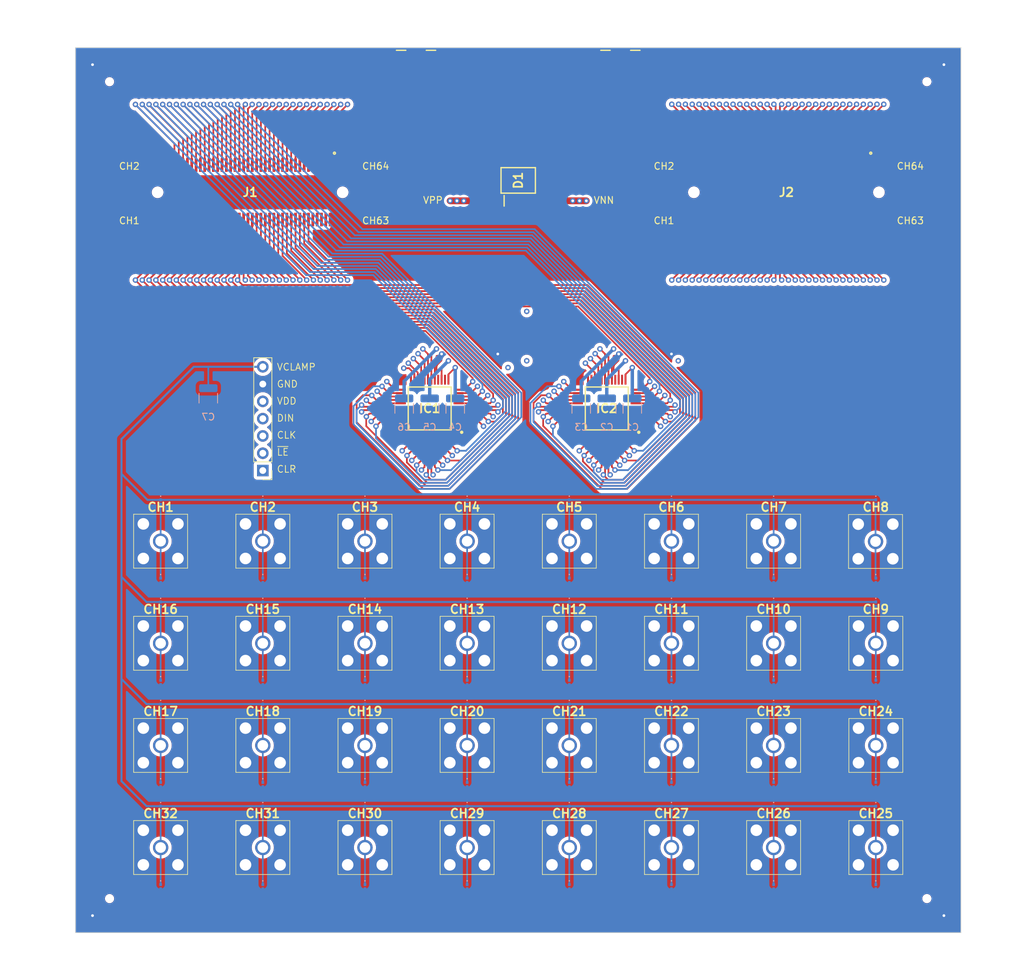
<source format=kicad_pcb>
(kicad_pcb (version 20221018) (generator pcbnew)
  (layers (0 "F.Cu" signal) (1 "In1.Cu" signal) (2 "In2.Cu" signal) (31 "B.Cu" signal) (34 "B.Paste" user) (35 "F.Paste" user) (36 "B.SilkS" user "B.Silkscreen") (37 "F.SilkS" user "F.Silkscreen") (38 "B.Mask" user) (39 "F.Mask" user) (44 "Edge.Cuts" user))
  (net 0 "")
  (net 1 "VDD")
  (net 2 "GND")
  (net 3 "/VCLAMP")
  (net 4 "VPP")
  (net 5 "VNN")
  (net 6 "Net-(J5-In)")
  (net 7 "Net-(J4-In)")
  (net 8 "/AFE25")
  (net 9 "/AFE17")
  (net 10 "/AFE9")
  (net 11 "/AFE1")
  (net 12 "/AFE26")
  (net 13 "/AFE18")
  (net 14 "/AFE10")
  (net 15 "/AFE2")
  (net 16 "/AFE27")
  (net 17 "/AFE19")
  (net 18 "/AFE11")
  (net 19 "/AFE3")
  (net 20 "/AFE28")
  (net 21 "/AFE20")
  (net 22 "/AFE12")
  (net 23 "/AFE4")
  (net 24 "/AFE29")
  (net 25 "/AFE21")
  (net 26 "/AFE13")
  (net 27 "/AFE5")
  (net 28 "/AFE30")
  (net 29 "/AFE22")
  (net 30 "/AFE14")
  (net 31 "/AFE6")
  (net 32 "/AFE31")
  (net 33 "/AFE23")
  (net 34 "/AFE15")
  (net 35 "/AFE7")
  (net 36 "/AFE32")
  (net 37 "/AFE24")
  (net 38 "/AFE16")
  (net 39 "/AFE8")
  (net 42 "/IN5")
  (net 43 "/IN4")
  (net 44 "/IN3")
  (net 45 "/IN2")
  (net 46 "/IN1")
  (net 49 "/DIN")
  (net 50 "/CLK")
  (net 51 "/~{LE}")
  (net 52 "/CLR")
  (net 53 "/DOUT")
  (net 55 "/IN16")
  (net 56 "/IN15")
  (net 57 "/IN14")
  (net 58 "/IN13")
  (net 59 "/IN12")
  (net 62 "/IN11")
  (net 63 "/IN10")
  (net 64 "/IN9")
  (net 65 "/IN8")
  (net 66 "/IN7")
  (net 67 "/IN6")
  (net 70 "/IN21")
  (net 71 "/IN20")
  (net 72 "/IN19")
  (net 73 "/IN18")
  (net 74 "/IN17")
  (net 79 "/IN32")
  (net 80 "/IN31")
  (net 81 "/IN30")
  (net 82 "/IN29")
  (net 83 "/IN28")
  (net 86 "/IN27")
  (net 87 "/IN26")
  (net 88 "/IN25")
  (net 89 "/IN24")
  (net 90 "/IN23")
  (net 91 "/IN22")
  (net 92 "/IN64")
  (net 93 "/IN63")
  (net 94 "/IN62")
  (net 95 "/IN61")
  (net 96 "/IN60")
  (net 97 "/IN59")
  (net 98 "/IN58")
  (net 99 "/IN57")
  (net 100 "/IN56")
  (net 101 "/IN55")
  (net 102 "/IN54")
  (net 103 "/IN53")
  (net 104 "/IN52")
  (net 105 "/IN51")
  (net 106 "/IN50")
  (net 107 "/IN49")
  (net 108 "/IN48")
  (net 109 "/IN47")
  (net 110 "/IN46")
  (net 111 "/IN45")
  (net 112 "/IN44")
  (net 113 "/IN43")
  (net 114 "/IN42")
  (net 115 "/IN41")
  (net 116 "/IN40")
  (net 117 "/IN39")
  (net 118 "/IN38")
  (net 119 "/IN37")
  (net 120 "/IN36")
  (net 121 "/IN35")
  (net 122 "/IN34")
  (net 123 "/IN33")
  (footprint "SamacSys_Parts:1420701201" (layer "F.Cu") (at 202.5 112.636396 180)
    (fp_text reference "CH9")
    (fp_text value "Conn_Coaxial" hide)
  )
  (footprint "SamacSys_Parts:1420701201" (layer "F.Cu") (at 142.5 97.636396 180)
    (fp_text reference "CH4")
    (fp_text value "Conn_Coaxial" hide)
  )
  (footprint "SamacSys_Parts:1420701201" (layer "F.Cu") (at 172.5 142.636396 180)
    (fp_text reference "CH27")
    (fp_text value "Conn_Coaxial" hide)
  )
  (footprint "SamacSys_Parts:1420701201" (layer "F.Cu") (at 157.5 142.636396 180)
    (fp_text reference "CH28")
    (fp_text value "Conn_Coaxial" hide)
  )
  (footprint "Zemp_Misc:JLCPCB_Tooling_Hole" (layer "F.Cu") (at 90 30.136396)
    (fp_text reference "REF**" hide)
    (fp_text value "JLCPCB_Tooling_Hole")
  )
  (footprint "Connector_PinHeader_2.54mm:PinHeader_1x07_P2.54mm_Vertical" (layer "F.Cu") (at 112.5 87.256396 180)
    (fp_text reference "J3" hide)
    (fp_text value "Conn_01x07_Socket")
  )
  (footprint "SamacSys_Parts:1420701201" (layer "F.Cu") (at 112.5 127.636396 180)
    (fp_text reference "CH18")
    (fp_text value "Conn_Coaxial" hide)
  )
  (footprint "SamacSys_Parts:1420701201" (layer "F.Cu") (at 202.46 97.676396)
    (fp_text reference "CH8")
    (fp_text value "Conn_Coaxial" hide)
  )
  (footprint "SamacSys_Parts:1420701201" (layer "F.Cu") (at 112.5 142.636396)
    (fp_text reference "CH31")
    (fp_text value "Conn_Coaxial" hide)
  )
  (footprint "SamacSys_Parts:1420701201" (layer "F.Cu") (at 142.5 127.636396 180)
    (fp_text reference "CH20")
    (fp_text value "Conn_Coaxial" hide)
  )
  (footprint "SamacSys_Parts:1420701201" (layer "F.Cu") (at 97.5 97.636396 180)
    (fp_text reference "CH1")
    (fp_text value "Conn_Coaxial" hide)
  )
  (footprint "SamacSys_Parts:1420701201" (layer "F.Cu") (at 97.5 127.636396 180)
    (fp_text reference "CH17")
    (fp_text value "Conn_Coaxial" hide)
  )
  (footprint "SamacSys_Parts:142-0701-851" (layer "F.Cu") (at 162.80925 31.926396 180)
    (fp_text reference "J4" hide)
    (fp_text value "Conn_Coaxial_Power" hide)
  )
  (footprint "SamacSys_Parts:1420701201" (layer "F.Cu") (at 142.5 142.636396 180)
    (fp_text reference "CH29")
    (fp_text value "Conn_Coaxial" hide)
  )
  (footprint "SamacSys_Parts:1420701201" (layer "F.Cu") (at 142.5 112.636396 180)
    (fp_text reference "CH13")
    (fp_text value "Conn_Coaxial" hide)
  )
  (footprint "SamacSys_Parts:1420701201" (layer "F.Cu") (at 112.5 97.636396 180)
    (fp_text reference "CH2")
    (fp_text value "Conn_Coaxial" hide)
  )
  (footprint "SamacSys_Parts:1420701201" (layer "F.Cu") (at 127.5 112.636396 180)
    (fp_text reference "CH14")
    (fp_text value "Conn_Coaxial" hide)
  )
  (footprint "SamacSys_Parts:1420701201" (layer "F.Cu") (at 157.5 127.636396 180)
    (fp_text reference "CH21")
    (fp_text value "Conn_Coaxial" hide)
  )
  (footprint "SamacSys_Parts:MEC6-140-02-X-D-RA1-TR" (layer "F.Cu") (at 189.3775 46.386396 180)
    (fp_text reference "J2")
    (fp_text value "MEC6-140-02-L-D-RA1-TR" hide)
  )
  (footprint "Zemp_Misc:JLCPCB_Tooling_Hole" (layer "F.Cu") (at 210 150.136396)
    (fp_text reference "REF**" hide)
    (fp_text value "JLCPCB_Tooling_Hole")
  )
  (footprint "SamacSys_Parts:1420701201" (layer "F.Cu") (at 187.5 112.636396 180)
    (fp_text reference "CH10")
    (fp_text value "Conn_Coaxial" hide)
  )
  (footprint "SamacSys_Parts:1420701201" (layer "F.Cu") (at 127.5 97.636396 180)
    (fp_text reference "CH3")
    (fp_text value "Conn_Coaxial" hide)
  )
  (footprint "SamacSys_Parts:1420701201" (layer "F.Cu") (at 97.5 112.636396 180)
    (fp_text reference "CH16")
    (fp_text value "Conn_Coaxial" hide)
  )
  (footprint "SamacSys_Parts:1420701201" (layer "F.Cu") (at 202.5 127.636396 180)
    (fp_text reference "CH24")
    (fp_text value "Conn_Coaxial" hide)
  )
  (footprint "SamacSys_Parts:142-0701-851" (layer "F.Cu") (at 132.80925 31.926396 180)
    (fp_text reference "J5" hide)
    (fp_text value "Conn_Coaxial_Power" hide)
  )
  (footprint "SamacSys_Parts:1420701201" (layer "F.Cu") (at 172.5 127.636396 180)
    (fp_text reference "CH22")
    (fp_text value "Conn_Coaxial" hide)
  )
  (footprint "SamacSys_Parts:1420701201" (layer "F.Cu") (at 202.5 142.636396)
    (fp_text reference "CH25")
    (fp_text value "Conn_Coaxial" hide)
  )
  (footprint "SamacSys_Parts:QFP50P900X900X160-48N" (layer "F.Cu") (at 137 78.136396 180)
    (fp_text reference "IC1")
    (fp_text value "HV2601FG-G" hide)
  )
  (footprint "SamacSys_Parts:1420701201" (layer "F.Cu") (at 187.5 127.636396 180)
    (fp_text reference "CH23")
    (fp_text value "Conn_Coaxial" hide)
  )
  (footprint "SamacSys_Parts:1420701201" (layer "F.Cu") (at 187.5 142.636396 180)
    (fp_text reference "CH26")
    (fp_text value "Conn_Coaxial" hide)
  )
  (footprint "SamacSys_Parts:1420701201" (layer "F.Cu") (at 157.5 112.636396 180)
    (fp_text reference "CH12")
    (fp_text value "Conn_Coaxial" hide)
  )
  (footprint "SamacSys_Parts:1420701201" (layer "F.Cu") (at 172.5 97.636396 180)
    (fp_text reference "CH6")
    (fp_text value "Conn_Coaxial" hide)
  )
  (footprint "SamacSys_Parts:QFP50P900X900X160-48N" (layer "F.Cu") (at 163 78.136396 180)
    (fp_text reference "IC2")
    (fp_text value "HV2601FG-G" hide)
  )
  (footprint "Zemp_Misc:JLCPCB_Tooling_Hole" (layer "F.Cu") (at 210 30.136396)
    (fp_text reference "REF**" hide)
    (fp_text value "JLCPCB_Tooling_Hole")
  )
  (footprint "SamacSys_Parts:1420701201" (layer "F.Cu") (at 97.5 142.636396 180)
    (fp_text reference "CH32")
    (fp_text value "Conn_Coaxial" hide)
  )
  (footprint "SamacSys_Parts:1420701201" (layer "F.Cu") (at 157.5 97.636396 180)
    (fp_text reference "CH5")
    (fp_text value "Conn_Coaxial" hide)
  )
  (footprint "SamacSys_Parts:HDS10M13" (layer "F.Cu") (at 150 44.636396 90)
    (fp_text reference "D1")
    (fp_text value "D_Bridge_+A-A" hide)
  )
  (footprint "SamacSys_Parts:1420701201" (layer "F.Cu") (at 127.5 142.636396 180)
    (fp_text reference "CH30")
    (fp_text value "Conn_Coaxial" hide)
  )
  (footprint "SamacSys_Parts:1420701201" (layer "F.Cu") (at 112.5 112.636396 180)
    (fp_text reference "CH15")
    (fp_text value "Conn_Coaxial" hide)
  )
  (footprint "SamacSys_Parts:1420701201" (layer "F.Cu") (at 127.5 127.636396 180)
    (fp_text reference "CH19")
    (fp_text value "Conn_Coaxial" hide)
  )
  (footprint "Zemp_Misc:JLCPCB_Tooling_Hole" (layer "F.Cu") (at 90 150.136396)
    (fp_text reference "REF**" hide)
    (fp_text value "JLCPCB_Tooling_Hole")
  )
  (footprint "SamacSys_Parts:1420701201" (layer "F.Cu") (at 172.5 112.636396 180)
    (fp_text reference "CH11")
    (fp_text value "Conn_Coaxial" hide)
  )
  (footprint "SamacSys_Parts:MEC6-140-02-X-D-RA1-TR" (layer "F.Cu") (at 110.6375 46.386396 180)
    (fp_text reference "J1")
    (fp_text value "MEC6-140-02-L-D-RA1-TR" hide)
  )
  (footprint "SamacSys_Parts:1420701201" (layer "F.Cu") (at 187.5 97.636396 180)
    (fp_text reference "CH7")
    (fp_text value "Conn_Coaxial" hide)
  )
  (footprint "Diode_SMD:D_0201_0603Metric" (layer "B.Cu") (at 157.5 118.386396 -90)
    (fp_text reference "D24" hide)
    (fp_text value "~")
  )
  (footprint "Diode_SMD:D_0201_0603Metric" (layer "B.Cu") (at 202.5 148.386396 -90)
    (fp_text reference "D50" hide)
    (fp_text value "~")
  )
  (footprint "Diode_SMD:D_0201_0603Metric" (layer "B.Cu") (at 172.5 136.886396 -90)
    (fp_text reference "D55" hide)
    (fp_text value "~")
  )
  (footprint "Diode_SMD:D_0201_0603Metric" (layer "B.Cu") (at 142.5 106.886396 -90)
    (fp_text reference "D27" hide)
    (fp_text value "~")
  )
  (footprint "Diode_SMD:D_0201_0603Metric" (layer "B.Cu") (at 157.5 148.386396 -90)
    (fp_text reference "D56" hide)
    (fp_text value "~")
  )
  (footprint "Diode_SMD:D_0201_0603Metric" (layer "B.Cu") (at 172.5 121.886396 -90)
    (fp_text reference "D45" hide)
    (fp_text value "~")
  )
  (footprint "Diode_SMD:D_0201_0603Metric" (layer "B.Cu") (at 142.5 91.886396 -90)
    (fp_text reference "D9" hide)
    (fp_text value "~")
  )
  (footprint "Diode_SMD:D_0201_0603Metric" (layer "B.Cu") (at 172.5 133.386396 -90)
    (fp_text reference "D44" hide)
    (fp_text value "~")
  )
  (footprint "Diode_SMD:D_0201_0603Metric" (layer "B.Cu") (at 97.5 121.886396 -90)
    (fp_text reference "D35" hide)
    (fp_text value "~")
  )
  (footprint "Diode_SMD:D_0201_0603Metric" (layer "B.Cu") (at 157.5 136.886396 -90)
    (fp_text reference "D57" hide)
    (fp_text value "~")
  )
  (footprint "Diode_SMD:D_0201_0603Metric" (layer "B.Cu") (at 97.5 91.886396 -90)
    (fp_text reference "D3" hide)
    (fp_text value "~")
  )
  (footprint "Diode_SMD:D_0201_0603Metric" (layer "B.Cu") (at 97.5 118.386396 -90)
    (fp_text reference "D32" hide)
    (fp_text value "~")
  )
  (footprint "Diode_SMD:D_0201_0603Metric" (layer "B.Cu") (at 112.5 136.886396 -90)
    (fp_text reference "D63" hide)
    (fp_text value "~")
  )
  (footprint "Diode_SMD:D_0201_0603Metric" (layer "B.Cu") (at 97.5 148.386396 -90)
    (fp_text reference "D64" hide)
    (fp_text value "~")
  )
  (footprint "Diode_SMD:D_0201_0603Metric" (layer "B.Cu") (at 172.5 118.386396 -90)
    (fp_text reference "D22" hide)
    (fp_text value "~")
  )
  (footprint "Diode_SMD:D_0201_0603Metric" (layer "B.Cu") (at 142.5 121.886396 -90)
    (fp_text reference "D41" hide)
    (fp_text value "~")
  )
  (footprint "Diode_SMD:D_0201_0603Metric" (layer "B.Cu") (at 112.5 91.886396 -90)
    (fp_text reference "D5" hide)
    (fp_text value "~")
  )
  (footprint "Diode_SMD:D_0201_0603Metric" (layer "B.Cu") (at 112.5 106.886396 -90)
    (fp_text reference "D31" hide)
    (fp_text value "~")
  )
  (footprint "Diode_SMD:D_0201_0603Metric" (layer "B.Cu") (at 97.5 136.886396 -90)
    (fp_text reference "D65" hide)
    (fp_text value "~")
  )
  (footprint "Diode_SMD:D_0201_0603Metric" (layer "B.Cu") (at 97.5 103.386396 -90)
    (fp_text reference "D2" hide)
    (fp_text value "~")
  )
  (footprint "Diode_SMD:D_0201_0603Metric" (layer "B.Cu") (at 187.5 121.886396 -90)
    (fp_text reference "D47" hide)
    (fp_text value "~")
  )
  (footprint "Diode_SMD:D_0201_0603Metric" (layer "B.Cu") (at 202.5 91.886396 -90)
    (fp_text reference "D17" hide)
    (fp_text value "~")
  )
  (footprint "Diode_SMD:D_0201_0603Metric" (layer "B.Cu") (at 187.5 103.386396 -90)
    (fp_text reference "D14" hide)
    (fp_text value "~")
  )
  (footprint "Diode_SMD:D_0201_0603Metric" (layer "B.Cu") (at 202.5 133.386396 -90)
    (fp_text reference "D48" hide)
    (fp_text value "~")
  )
  (footprint "Diode_SMD:D_0201_0603Metric" (layer "B.Cu") (at 202.5 118.386396 -90)
    (fp_text reference "D18" hide)
    (fp_text value "~")
  )
  (footprint "Diode_SMD:D_0201_0603Metric" (layer "B.Cu") (at 187.5 106.886396 -90)
    (fp_text reference "D21" hide)
    (fp_text value "~")
  )
  (footprint "Diode_SMD:D_0201_0603Metric" (layer "B.Cu") (at 187.5 91.886396 -90)
    (fp_text reference "D15" hide)
    (fp_text value "~")
  )
  (footprint "Diode_SMD:D_0201_0603Metric" (layer "B.Cu") (at 127.5 91.886396 -90)
    (fp_text reference "D7" hide)
    (fp_text value "~")
  )
  (footprint "Diode_SMD:D_0201_0603Metric" (layer "B.Cu") (at 142.5 148.386396 -90)
    (fp_text reference "D58" hide)
    (fp_text value "~")
  )
  (footprint "Diode_SMD:D_0201_0603Metric" (layer "B.Cu") (at 187.5 148.386396 -90)
    (fp_text reference "D52" hide)
    (fp_text value "~")
  )
  (footprint "Diode_SMD:D_0201_0603Metric" (layer "B.Cu") (at 187.5 136.886396 -90)
    (fp_text reference "D53" hide)
    (fp_text value "~")
  )
  (footprint "Diode_SMD:D_0201_0603Metric" (layer "B.Cu") (at 127.5 148.386396 -90)
    (fp_text reference "D60" hide)
    (fp_text value "~")
  )
  (footprint "Diode_SMD:D_0201_0603Metric" (layer "B.Cu") (at 157.5 106.886396 -90)
    (fp_text reference "D25" hide)
    (fp_text value "~")
  )
  (footprint "Capacitor_SMD:C_1210_3225Metric" (layer "B.Cu") (at 104.5 76.636396 -90)
    (fp_text reference "C7")
    (fp_text value "1uF")
  )
  (footprint "" (layer "B.Cu") (at 160.616757 27.736396 180)
    (fp_text reference "")
    (fp_text value "")
  )
  (footprint "Diode_SMD:D_0201_0603Metric" (layer "B.Cu") (at 127.5 121.886396 -90)
    (fp_text reference "D39" hide)
    (fp_text value "~")
  )
  (footprint "" (layer "B.Cu") (at 130.618866 27.736396 180)
    (fp_text reference "")
    (fp_text value "")
  )
  (footprint "Diode_SMD:D_0201_0603Metric" (layer "B.Cu") (at 97.5 106.886396 -90)
    (fp_text reference "D33" hide)
    (fp_text value "~")
  )
  (footprint "Diode_SMD:D_0201_0603Metric" (layer "B.Cu") (at 172.5 103.386396 -90)
    (fp_text reference "D12" hide)
    (fp_text value "~")
  )
  (footprint "Diode_SMD:D_0201_0603Metric" (layer "B.Cu") (at 127.5 118.386396 -90)
    (fp_text reference "D28" hide)
    (fp_text value "~")
  )
  (footprint "Diode_SMD:D_0201_0603Metric" (layer "B.Cu") (at 202.5 136.886396 -90)
    (fp_text reference "D51" hide)
    (fp_text value "~")
  )
  (footprint "Diode_SMD:D_0201_0603Metric" (layer "B.Cu") (at 112.5 148.386396 -90)
    (fp_text reference "D62" hide)
    (fp_text value "~")
  )
  (footprint "Capacitor_SMD:C_1210_3225Metric" (layer "B.Cu") (at 166.75 78.136396 -90)
    (fp_text reference "C1")
    (fp_text value "0.22uF")
  )
  (footprint "Diode_SMD:D_0201_0603Metric" (layer "B.Cu") (at 112.5 133.386396 -90)
    (fp_text reference "D36" hide)
    (fp_text value "~")
  )
  (footprint "" (layer "B.Cu") (at 139.379843 27.728559 180)
    (fp_text reference "")
    (fp_text value "")
  )
  (footprint "Diode_SMD:D_0201_0603Metric" (layer "B.Cu") (at 157.5 133.386396 -90)
    (fp_text reference "D42" hide)
    (fp_text value "~")
  )
  (footprint "Diode_SMD:D_0201_0603Metric" (layer "B.Cu") (at 157.5 103.386396 -90)
    (fp_text reference "D10" hide)
    (fp_text value "~")
  )
  (footprint "Capacitor_SMD:C_1210_3225Metric" (layer "B.Cu") (at 137 78.136396 -90)
    (fp_text reference "C5")
    (fp_text value "0.22uF")
  )
  (footprint "Diode_SMD:D_0201_0603Metric" (layer "B.Cu") (at 172.5 91.886396 -90)
    (fp_text reference "D13" hide)
    (fp_text value "~")
  )
  (footprint "Diode_SMD:D_0201_0603Metric" (layer "B.Cu") (at 202.5 103.386396 -90)
    (fp_text reference "D16" hide)
    (fp_text value "~")
  )
  (footprint "Capacitor_SMD:C_1210_3225Metric" (layer "B.Cu") (at 163 78.136396 -90)
    (fp_text reference "C2")
    (fp_text value "0.22uF")
  )
  (footprint "Diode_SMD:D_0201_0603Metric" (layer "B.Cu") (at 157.5 91.886396 -90)
    (fp_text reference "D11" hide)
    (fp_text value "~")
  )
  (footprint "Diode_SMD:D_0201_0603Metric" (layer "B.Cu") (at 142.5 133.386396 -90)
    (fp_text reference "D40" hide)
    (fp_text value "~")
  )
  (footprint "Diode_SMD:D_0201_0603Metric" (layer "B.Cu") (at 127.5 136.886396 -90)
    (fp_text reference "D61" hide)
    (fp_text value "~")
  )
  (footprint "Diode_SMD:D_0201_0603Metric" (layer "B.Cu") (at 142.5 136.886396 -90)
    (fp_text reference "D59" hide)
    (fp_text value "~")
  )
  (footprint "Capacitor_SMD:C_1210_3225Metric" (layer "B.Cu") (at 133.25 78.136396 -90)
    (fp_text reference "C6")
    (fp_text value "1uF")
  )
  (footprint "Diode_SMD:D_0201_0603Metric" (layer "B.Cu") (at 142.5 118.386396 -90)
    (fp_text reference "D26" hide)
    (fp_text value "~")
  )
  (footprint "Diode_SMD:D_0201_0603Metric" (layer "B.Cu") (at 112.5 118.386396 -90)
    (fp_text reference "D30" hide)
    (fp_text value "~")
  )
  (footprint "Diode_SMD:D_0201_0603Metric" (layer "B.Cu") (at 187.5 133.386396 -90)
    (fp_text reference "D46" hide)
    (fp_text value "~")
  )
  (footprint "Capacitor_SMD:C_1210_3225Metric" (layer "B.Cu") (at 159.25 78.136396 -90)
    (fp_text reference "C3")
    (fp_text value "1uF")
  )
  (footprint "" (layer "B.Cu") (at 169.382602 27.736396 180)
    (fp_text reference "")
    (fp_text value "")
  )
  (footprint "Diode_SMD:D_0201_0603Metric" (layer "B.Cu") (at 172.5 106.886396 -90)
    (fp_text reference "D23" hide)
    (fp_text value "~")
  )
  (footprint "Diode_SMD:D_0201_0603Metric" (layer "B.Cu") (at 127.5 106.886396 -90)
    (fp_text reference "D29" hide)
    (fp_text value "~")
  )
  (footprint "Diode_SMD:D_0201_0603Metric" (layer "B.Cu") (at 97.5 133.386396 -90)
    (fp_text reference "D34" hide)
    (fp_text value "~")
  )
  (footprint "Diode_SMD:D_0201_0603Metric" (layer "B.Cu") (at 202.5 106.886396 -90)
    (fp_text reference "D19" hide)
    (fp_text value "~")
  )
  (footprint "Diode_SMD:D_0201_0603Metric" (layer "B.Cu") (at 127.5 133.386396 -90)
    (fp_text reference "D38" hide)
    (fp_text value "~")
  )
  (footprint "Diode_SMD:D_0201_0603Metric" (layer "B.Cu") (at 157.5 121.886396 -90)
    (fp_text reference "D43" hide)
    (fp_text value "~")
  )
  (footprint "Diode_SMD:D_0201_0603Metric" (layer "B.Cu") (at 172.5 148.386396 -90)
    (fp_text reference "D54" hide)
    (fp_text value "~")
  )
  (footprint "Diode_SMD:D_0201_0603Metric" (layer "B.Cu") (at 187.5 118.386396 -90)
    (fp_text reference "D20" hide)
    (fp_text value "~")
  )
  (footprint "Capacitor_SMD:C_1210_3225Metric" (layer "B.Cu") (at 140.75 78.136396 -90)
    (fp_text reference "C4")
    (fp_text value "0.22uF")
  )
  (footprint "Diode_SMD:D_0201_0603Metric" (layer "B.Cu") (at 127.5 103.386396 -90)
    (fp_text reference "D6" hide)
    (fp_text value "~")
  )
  (footprint "Diode_SMD:D_0201_0603Metric" (layer "B.Cu") (at 112.5 103.386396 -90)
    (fp_text reference "D4" hide)
    (fp_text value "~")
  )
  (footprint "Diode_SMD:D_0201_0603Metric" (layer "B.Cu") (at 112.5 121.886396 -90)
    (fp_text reference "D37" hide)
    (fp_text value "~")
  )
  (footprint "Diode_SMD:D_0201_0603Metric" (layer "B.Cu") (at 142.5 103.386396 -90)
    (fp_text reference "D8" hide)
    (fp_text value "~")
  )
  (footprint "Diode_SMD:D_0201_0603Metric" (layer "B.Cu") (at 202.5 121.886396 -90)
    (fp_text reference "D49" hide)
    (fp_text value "~")
  )
  (gr_line (start 85 25.136396) (end 215 25.136396) (stroke (width 0.1)) (layer "Edge.Cuts"))
  (gr_line (start 215 25.136396) (end 215 155.136396) (stroke (width 0.1)) (layer "Edge.Cuts"))
  (gr_line (start 215 155.136396) (end 85 155.136396) (stroke (width 0.1)) (layer "Edge.Cuts"))
  (gr_line (start 85 155.136396) (end 85 25.136396) (stroke (width 0.1)) (layer "Edge.Cuts"))
  (gr_text "CH64" (at 205.5 43.136396) (layer "F.SilkS") (effects (font (size 1 1)) (justify left bottom)))
  (gr_text "DIN" (at 114.5 80.136396) (layer "F.SilkS") (effects (font (size 1 1) (thickness 0.125)) (justify left bottom)))
  (gr_text "VDD" (at 114.5 77.636396) (layer "F.SilkS") (effects (font (size 1 1) (thickness 0.125)) (justify left bottom)))
  (gr_text "CH64" (at 127 43.136396) (layer "F.SilkS") (effects (font (size 1 1)) (justify left bottom)))
  (gr_text "CH63" (at 205.5 51.136396) (layer "F.SilkS") (effects (font (size 1 1)) (justify left bottom)))
  (gr_text "~{LE}" (at 114.5 85.136396) (layer "F.SilkS") (effects (font (size 1 1) (thickness 0.125)) (justify left bottom)))
  (gr_text "CH1" (at 94.5 51.136396) (layer "F.SilkS") (effects (font (size 1 1)) (justify right bottom)))
  (gr_text "VCLAMP\n" (at 114.5 72.636396) (layer "F.SilkS") (effects (font (size 1 1) (thickness 0.125)) (justify left bottom)))
  (gr_text "CH2" (at 173 43.136396) (layer "F.SilkS") (effects (font (size 1 1)) (justify right bottom)))
  (gr_text "VNN" (at 161 48.136396) (layer "F.SilkS") (effects (font (size 1 1)) (justify left bottom)))
  (gr_text "CLK" (at 114.5 82.636396) (layer "F.SilkS") (effects (font (size 1 1) (thickness 0.125)) (justify left bottom)))
  (gr_text "CLR" (at 114.5 87.636396) (layer "F.SilkS") (effects (font (size 1 1) (thickness 0.125)) (justify left bottom)))
  (gr_text "GND" (at 114.5 75.136396) (layer "F.SilkS") (effects (font (size 1 1) (thickness 0.125)) (justify left bottom)))
  (gr_text "CH63" (at 127 51.136396) (layer "F.SilkS") (effects (font (size 1 1)) (justify left bottom)))
  (gr_text "CH2" (at 94.5 43.136396) (layer "F.SilkS") (effects (font (size 1 1)) (justify right bottom)))
  (gr_text "CH1" (at 173 51.136396) (layer "F.SilkS") (effects (font (size 1 1)) (justify right bottom)))
  (gr_text "VPP" (at 139 48.136396) (layer "F.SilkS") (effects (font (size 1 1)) (justify right bottom)))
  (segment (start 138 69.386396) (end 137.25 70.136396) (width 0.25) (layer "F.Cu") (net 1))
  (segment (start 137.25 70.136396) (end 137.25 73.911396) (width 0.25) (layer "F.Cu") (net 1))
  (segment (start 164 69.386396) (end 163.25 70.136396) (width 0.25) (layer "F.Cu") (net 1))
  (segment (start 163.25 70.136396) (end 163.25 73.911396) (width 0.25) (layer "F.Cu") (net 1))
  (via (at 164 69.386396) (size 0.8) (drill 0.4) (layers "F.Cu" "B.Cu") (net 1))
  (via (at 138 69.386396) (size 0.8) (drill 0.4) (layers "F.Cu" "B.Cu") (net 1))
  (segment (start 159.25 76.661396) (end 159.25 74.136396) (width 0.5) (layer "B.Cu") (net 1))
  (segment (start 133.25 74.136396) (end 138 69.386396) (width 0.5) (layer "B.Cu") (net 1))
  (segment (start 159.25 74.136396) (end 164 69.386396) (width 0.5) (layer "B.Cu") (net 1))
  (segment (start 133.25 76.661396) (end 133.25 74.136396) (width 0.5) (layer "B.Cu") (net 1))
  (segment (start 164.75 70.136396) (end 163.75 71.136396) (width 0.25) (layer "F.Cu") (net 2))
  (segment (start 138.75 70.136396) (end 137.75 71.136396) (width 0.25) (layer "F.Cu") (net 2))
  (segment (start 163.75 71.136396) (end 163.75 73.911396) (width 0.25) (layer "F.Cu") (net 2))
  (segment (start 137.75 71.136396) (end 137.75 73.911396) (width 0.25) (layer "F.Cu") (net 2))
  (via (at 87.5 152.636396) (size 0.8) (drill 0.4) (layers "F.Cu" "B.Cu") (net 2))
  (via (at 212.5 152.636396) (size 0.8) (drill 0.4) (layers "F.Cu" "B.Cu") (net 2))
  (via (at 172.5 70.136396) (size 0.8) (drill 0.4) (layers "F.Cu" "B.Cu") (net 2))
  (via (at 147 70.136396) (size 0.8) (drill 0.4) (layers "F.Cu" "B.Cu") (net 2))
  (via (at 164.75 70.136396) (size 0.8) (drill 0.4) (layers "F.Cu" "B.Cu") (net 2))
  (via (at 138.75 70.136396) (size 0.8) (drill 0.4) (layers "F.Cu" "B.Cu") (net 2))
  (via (at 87.5 27.636396) (size 0.8) (drill 0.4) (layers "F.Cu" "B.Cu") (net 2))
  (via (at 212.5 27.636396) (size 0.8) (drill 0.4) (layers "F.Cu" "B.Cu") (net 2))
  (segment (start 91.75 87.75) (end 91.75 82.636396) (width 0.3) (layer "B.Cu") (net 3))
  (segment (start 97.5 106.566396) (end 95.43 106.566396) (width 0.3) (layer "B.Cu") (net 3))
  (segment (start 95.43 121.566396) (end 91.75 117.886396) (width 0.3) (layer "B.Cu") (net 3))
  (segment (start 97.5 121.566396) (end 112.5 121.566396) (width 0.3) (layer "B.Cu") (net 3))
  (segment (start 91.75 82.636396) (end 102.37 72.016396) (width 0.3) (layer "B.Cu") (net 3))
  (segment (start 95.43 106.566396) (end 91.75 102.886396) (width 0.3) (layer "B.Cu") (net 3))
  (segment (start 95.566396 91.566396) (end 91.75 87.75) (width 0.3) (layer "B.Cu") (net 3))
  (segment (start 97.5 136.566396) (end 202.5 136.566396) (width 0.3) (layer "B.Cu") (net 3))
  (segment (start 91.75 117.886396) (end 91.75 102.886396) (width 0.3) (layer "B.Cu") (net 3))
  (segment (start 95.43 136.566396) (end 91.75 132.886396) (width 0.3) (layer "B.Cu") (net 3))
  (segment (start 97.5 91.566396) (end 95.566396 91.566396) (width 0.3) (layer "B.Cu") (net 3))
  (segment (start 104.5 75.161396) (end 104.5 72.016396) (width 0.25) (layer "B.Cu") (net 3))
  (segment (start 97.5 136.566396) (end 95.43 136.566396) (width 0.3) (layer "B.Cu") (net 3))
  (segment (start 97.5 121.566396) (end 95.43 121.566396) (width 0.3) (layer "B.Cu") (net 3))
  (segment (start 202.5 91.566396) (end 97.5 91.566396) (width 0.3) (layer "B.Cu") (net 3))
  (segment (start 104.5 72.016396) (end 112.5 72.016396) (width 0.3) (layer "B.Cu") (net 3))
  (segment (start 102.37 72.016396) (end 104.5 72.016396) (width 0.3) (layer "B.Cu") (net 3))
  (segment (start 112.5 121.566396) (end 202.5 121.566396) (width 0.3) (layer "B.Cu") (net 3))
  (segment (start 91.75 132.886396) (end 91.75 117.886396) (width 0.3) (layer "B.Cu") (net 3))
  (segment (start 91.75 102.886396) (end 91.75 87.75) (width 0.3) (layer "B.Cu") (net 3))
  (segment (start 97.5 106.566396) (end 202.5 106.566396) (width 0.3) (layer "B.Cu") (net 3))
  (segment (start 165.75 71.136396) (end 164.75 72.136396) (width 0.25) (layer "F.Cu") (net 4))
  (segment (start 139.75 71.136396) (end 138.75 72.136396) (width 0.25) (layer "F.Cu") (net 4))
  (segment (start 148.73 47.636396) (end 140 47.636396) (width 1) (layer "F.Cu") (net 4))
  (segment (start 138.75 72.136396) (end 138.75 73.911396) (width 0.25) (layer "F.Cu") (net 4))
  (segment (start 164.75 72.136396) (end 164.75 73.911396) (width 0.25) (layer "F.Cu") (net 4))
  (via (at 173.5 71.136396) (size 0.8) (drill 0.4) (layers "F.Cu" "B.Cu") (net 4))
  (via (at 139.75 71.136396) (size 0.8) (drill 0.4) (layers "F.Cu" "B.Cu") (net 4))
  (via (at 151.25 63.876896) (size 0.8) (drill 0.4) (layers "F.Cu" "B.Cu") (net 4))
  (via (at 141 47.636396) (size 0.8) (drill 0.4) (layers "F.Cu" "B.Cu") (net 4))
  (via (at 140 47.636396) (size 0.8) (drill 0.4) (layers "F.Cu" "B.Cu") (net 4))
  (via (at 165.75 71.136396) (size 0.8) (drill 0.4) (layers "F.Cu" "B.Cu") (net 4))
  (via (at 142 47.636396) (size 0.8) (drill 0.4) (layers "F.Cu" "B.Cu") (net 4))
  (via (at 151.25 71.136396) (size 0.8) (drill 0.4) (layers "F.Cu" "B.Cu") (net 4))
  (segment (start 137 73.886396) (end 139.75 71.136396) (width 0.5) (layer "B.Cu") (net 4))
  (segment (start 137 76.661396) (end 137 73.886396) (width 0.5) (layer "B.Cu") (net 4))
  (segment (start 163 73.886396) (end 165.75 71.136396) (width 0.5) (layer "B.Cu") (net 4))
  (segment (start 163 76.661396) (end 163 73.886396) (width 0.5) (layer "B.Cu") (net 4))
  (segment (start 166.75 72.136396) (end 165.75 73.136396) (width 0.25) (layer "F.Cu") (net 5))
  (segment (start 140.75 72.136396) (end 139.75 73.136396) (width 0.25) (layer "F.Cu") (net 5))
  (segment (start 139.75 73.136396) (end 139.75 73.911396) (width 0.25) (layer "F.Cu") (net 5))
  (segment (start 151.27 47.636396) (end 160 47.636396) (width 1) (layer "F.Cu") (net 5))
  (segment (start 165.75 73.136396) (end 165.75 73.911396) (width 0.25) (layer "F.Cu") (net 5))
  (via (at 148.5 72.136396) (size 0.8) (drill 0.4) (layers "F.Cu" "B.Cu") (net 5))
  (via (at 159 47.636396) (size 0.8) (drill 0.4) (layers "F.Cu" "B.Cu") (net 5))
  (via (at 140.75 72.136396) (size 0.8) (drill 0.4) (layers "F.Cu" "B.Cu") (net 5))
  (via (at 166.75 72.136396) (size 0.8) (drill 0.4) (layers "F.Cu" "B.Cu") (net 5))
  (via (at 158 47.636396) (size 0.8) (drill 0.4) (layers "F.Cu" "B.Cu") (net 5))
  (via (at 160 47.636396) (size 0.8) (drill 0.4) (layers "F.Cu" "B.Cu") (net 5))
  (segment (start 166.75 76.661396) (end 166.75 72.136396) (width 0.5) (layer "B.Cu") (net 5))
  (segment (start 140.75 76.661396) (end 140.75 72.136396) (width 0.5) (layer "B.Cu") (net 5))
  (segment (start 140 41.636396) (end 148.73 41.636396) (width 1) (layer "F.Cu") (net 6))
  (segment (start 135 27.736396) (end 135 36.636396) (width 1) (layer "F.Cu") (net 6))
  (segment (start 135 36.636396) (end 140 41.636396) (width 1) (layer "F.Cu") (net 6))
  (segment (start 160 41.636396) (end 151.27 41.636396) (width 1) (layer "F.Cu") (net 7))
  (segment (start 165 36.636396) (end 160 41.636396) (width 1) (layer "F.Cu") (net 7))
  (segment (start 165 27.736396) (end 165 36.636396) (width 1) (layer "F.Cu") (net 7))
  (segment (start 162.25 86.722886) (end 161.793245 87.179641) (width 0.25) (layer "F.Cu") (net 8))
  (segment (start 162.25 82.361396) (end 162.25 86.722886) (width 0.25) (layer "F.Cu") (net 8))
  (via (at 161.793245 87.179641) (size 0.8) (drill 0.4) (layers "F.Cu" "B.Cu") (net 8))
  (segment (start 202.5 142.636396) (end 202.5 137.206396) (width 0.25) (layer "B.Cu") (net 8))
  (segment (start 202.5 142.636396) (end 202.5 148.066396) (width 0.25) (layer "B.Cu") (net 8))
  (segment (start 170.025 74.886396) (end 169.025 75.886396) (width 0.25) (layer "F.Cu") (net 9))
  (segment (start 169.025 75.886396) (end 167.25 75.886396) (width 0.25) (layer "F.Cu") (net 9))
  (via (at 170.025 74.886396) (size 0.8) (drill 0.4) (layers "F.Cu" "B.Cu") (net 9))
  (segment (start 97.5 122.206396) (end 97.5 127.636396) (width 0.25) (layer "B.Cu") (net 9))
  (segment (start 97.5 127.636396) (end 97.5 133.066396) (width 0.25) (layer "B.Cu") (net 9))
  (segment (start 136.25 86.722886) (end 135.793245 87.179641) (width 0.25) (layer "F.Cu") (net 10))
  (segment (start 136.25 82.361396) (end 136.25 86.722886) (width 0.25) (layer "F.Cu") (net 10))
  (via (at 135.793245 87.179641) (size 0.8) (drill 0.4) (layers "F.Cu" "B.Cu") (net 10))
  (segment (start 202.5 107.206396) (end 202.5 112.636396) (width 0.25) (layer "B.Cu") (net 10))
  (segment (start 202.5 118.066396) (end 202.5 112.636396) (width 0.25) (layer "B.Cu") (net 10))
  (segment (start 144.025 74.886396) (end 143.025 75.886396) (width 0.25) (layer "F.Cu") (net 11))
  (segment (start 143.025 75.886396) (end 141.25 75.886396) (width 0.25) (layer "F.Cu") (net 11))
  (via (at 144.025 74.886396) (size 0.8) (drill 0.4) (layers "F.Cu" "B.Cu") (net 11))
  (segment (start 97.5 97.636396) (end 97.5 103.066396) (width 0.25) (layer "B.Cu") (net 11))
  (segment (start 97.5 97.636396) (end 97.5 92.206396) (width 0.25) (layer "B.Cu") (net 11))
  (segment (start 161.25 84.895866) (end 160.379735 85.766131) (width 0.25) (layer "F.Cu") (net 12))
  (segment (start 161.25 82.361396) (end 161.25 84.895866) (width 0.25) (layer "F.Cu") (net 12))
  (via (at 160.379735 85.766131) (size 0.8) (drill 0.4) (layers "F.Cu" "B.Cu") (net 12))
  (segment (start 187.5 148.066396) (end 187.5 142.636396) (width 0.25) (layer "B.Cu") (net 12))
  (segment (start 187.5 142.636396) (end 187.5 137.206396) (width 0.25) (layer "B.Cu") (net 12))
  (segment (start 171.525 76.223174) (end 170.861778 76.886396) (width 0.25) (layer "F.Cu") (net 13))
  (segment (start 170.861778 76.886396) (end 167.25 76.886396) (width 0.25) (layer "F.Cu") (net 13))
  (via (at 171.525 76.223174) (size 0.8) (drill 0.4) (layers "F.Cu" "B.Cu") (net 13))
  (segment (start 112.5 127.636396) (end 112.5 133.066396) (width 0.25) (layer "B.Cu") (net 13))
  (segment (start 112.5 127.636396) (end 112.5 122.206396) (width 0.25) (layer "B.Cu") (net 13))
  (segment (start 135.25 82.361396) (end 135.25 84.895866) (width 0.25) (layer "F.Cu") (net 14))
  (segment (start 135.25 84.895866) (end 134.379735 85.766131) (width 0.25) (layer "F.Cu") (net 14))
  (via (at 134.379735 85.766131) (size 0.8) (drill 0.4) (layers "F.Cu" "B.Cu") (net 14))
  (segment (start 187.5 112.636396) (end 187.5 107.206396) (width 0.25) (layer "B.Cu") (net 14))
  (segment (start 187.5 112.636396) (end 187.5 118.066396) (width 0.25) (layer "B.Cu") (net 14))
  (segment (start 144.861778 76.886396) (end 141.25 76.886396) (width 0.25) (layer "F.Cu") (net 15))
  (segment (start 145.525 76.223174) (end 144.861778 76.886396) (width 0.25) (layer "F.Cu") (net 15))
  (via (at 145.525 76.223174) (size 0.8) (drill 0.4) (layers "F.Cu" "B.Cu") (net 15))
  (segment (start 112.5 97.636396) (end 112.5 103.066396) (width 0.25) (layer "B.Cu") (net 15))
  (segment (start 112.5 97.636396) (end 112.5 92.206396) (width 0.25) (layer "B.Cu") (net 15))
  (segment (start 160.25 82.361396) (end 160.25 83.068846) (width 0.25) (layer "F.Cu") (net 16))
  (segment (start 160.25 83.068846) (end 158.966225 84.352621) (width 0.25) (layer "F.Cu") (net 16))
  (via (at 158.966225 84.352621) (size 0.8) (drill 0.4) (layers "F.Cu" "B.Cu") (net 16))
  (segment (start 172.5 142.636396) (end 172.5 148.066396) (width 0.25) (layer "B.Cu") (net 16))
  (segment (start 172.5 142.636396) (end 172.5 137.206396) (width 0.25) (layer "B.Cu") (net 16))
  (segment (start 172.775 77.886396) (end 167.25 77.886396) (width 0.25) (layer "F.Cu") (net 17))
  (segment (start 173.025 77.636396) (end 172.775 77.886396) (width 0.25) (layer "F.Cu") (net 17))
  (via (at 173.025 77.636396) (size 0.8) (drill 0.4) (layers "F.Cu" "B.Cu") (net 17))
  (segment (start 127.5 127.636396) (end 127.5 122.206396) (width 0.25) (layer "B.Cu") (net 17))
  (segment (start 127.5 127.636396) (end 127.5 133.066396) (width 0.25) (layer "B.Cu") (net 17))
  (segment (start 134.25 83.068846) (end 132.966225 84.352621) (width 0.25) (layer "F.Cu") (net 18))
  (segment (start 134.25 82.361396) (end 134.25 83.068846) (width 0.25) (layer "F.Cu") (net 18))
  (via (at 132.966225 84.352621) (size 0.8) (drill 0.4) (layers "F.Cu" "B.Cu") (net 18))
  (segment (start 172.5 112.636396) (end 172.5 118.066396) (width 0.25) (layer "B.Cu") (net 18))
  (segment (start 172.5 107.206396) (end 172.5 112.636396) (width 0.25) (layer "B.Cu") (net 18))
  (segment (start 146.775 77.886396) (end 141.25 77.886396) (width 0.25) (layer "F.Cu") (net 19))
  (segment (start 147.025 77.636396) (end 146.775 77.886396) (width 0.25) (layer "F.Cu") (net 19))
  (via (at 147.025 77.636396) (size 0.8) (drill 0.4) (layers "F.Cu" "B.Cu") (net 19))
  (segment (start 127.5 97.636396) (end 127.5 92.206396) (width 0.25) (layer "B.Cu") (net 19))
  (segment (start 127.5 97.636396) (end 127.5 103.066396) (width 0.25) (layer "B.Cu") (net 19))
  (segment (start 155.05202 79.386396) (end 154.38851 80.049906) (width 0.25) (layer "F.Cu") (net 20))
  (segment (start 158.75 79.386396) (end 155.05202 79.386396) (width 0.25) (layer "F.Cu") (net 20))
  (via (at 154.38851 80.049906) (size 0.8) (drill 0.4) (layers "F.Cu" "B.Cu") (net 20))
  (segment (start 157.5 142.636396) (end 157.5 137.206396) (width 0.25) (layer "B.Cu") (net 20))
  (segment (start 157.5 148.066396) (end 157.5 142.636396) (width 0.25) (layer "B.Cu") (net 20))
  (segment (start 171.86149 78.886396) (end 172.318245 79.343151) (width 0.25) (layer "F.Cu") (net 21))
  (segment (start 167.25 78.886396) (end 171.86149 78.886396) (width 0.25) (layer "F.Cu") (net 21))
  (via (at 172.318245 79.343151) (size 0.8) (drill 0.4) (layers "F.Cu" "B.Cu") (net 21))
  (segment (start 142.5 127.636396) (end 142.5 122.206396) (width 0.25) (layer "B.Cu") (net 21))
  (segment (start 142.5 127.636396) (end 142.5 133.066396) (width 0.25) (layer "B.Cu") (net 21))
  (segment (start 132.775 79.386396) (end 129.07702 79.386396) (width 0.25) (layer "F.Cu") (net 22))
  (segment (start 129.07702 79.386396) (end 128.41351 80.049906) (width 0.25) (layer "F.Cu") (net 22))
  (via (at 128.41351 80.049906) (size 0.8) (drill 0.4) (layers "F.Cu" "B.Cu") (net 22))
  (segment (start 157.5 107.206396) (end 157.5 112.636396) (width 0.25) (layer "B.Cu") (net 22))
  (segment (start 157.5 118.066396) (end 157.5 112.636396) (width 0.25) (layer "B.Cu") (net 22))
  (segment (start 141.25 78.886396) (end 145.86149 78.886396) (width 0.25) (layer "F.Cu") (net 23))
  (segment (start 145.86149 78.886396) (end 146.318245 79.343151) (width 0.25) (layer "F.Cu") (net 23))
  (via (at 146.318245 79.343151) (size 0.8) (drill 0.4) (layers "F.Cu" "B.Cu") (net 23))
  (segment (start 142.5 97.636396) (end 142.5 92.206396) (width 0.25) (layer "B.Cu") (net 23))
  (segment (start 142.5 97.636396) (end 142.5 103.066396) (width 0.25) (layer "B.Cu") (net 23))
  (segment (start 152.975 78.636396) (end 153.225 78.386396) (width 0.25) (layer "F.Cu") (net 24))
  (segment (start 153.225 78.386396) (end 158.75 78.386396) (width 0.25) (layer "F.Cu") (net 24))
  (via (at 152.975 78.636396) (size 0.8) (drill 0.4) (layers "F.Cu" "B.Cu") (net 24))
  (segment (start 142.5 142.636396) (end 142.5 148.066396) (width 0.25) (layer "B.Cu") (net 24))
  (segment (start 142.5 142.636396) (end 142.5 137.206396) (width 0.25) (layer "B.Cu") (net 24))
  (segment (start 170.03447 79.886396) (end 170.904735 80.756661) (width 0.25) (layer "F.Cu") (net 25))
  (segment (start 167.25 79.886396) (end 170.03447 79.886396) (width 0.25) (layer "F.Cu") (net 25))
  (via (at 170.904735 80.756661) (size 0.8) (drill 0.4) (layers "F.Cu" "B.Cu") (net 25))
  (segment (start 157.5 127.636396) (end 157.5 133.066396) (width 0.25) (layer "B.Cu") (net 25))
  (segment (start 157.5 127.636396) (end 157.5 122.206396) (width 0.25) (layer "B.Cu") (net 25))
  (segment (start 127 78.636396) (end 127.25 78.386396) (width 0.25) (layer "F.Cu") (net 26))
  (segment (start 127.25 78.386396) (end 132.775 78.386396) (width 0.25) (layer "F.Cu") (net 26))
  (via (at 127 78.636396) (size 0.8) (drill 0.4) (layers "F.Cu" "B.Cu") (net 26))
  (segment (start 142.5 118.066396) (end 142.5 112.636396) (width 0.25) (layer "B.Cu") (net 26))
  (segment (start 142.5 112.636396) (end 142.5 107.206396) (width 0.25) (layer "B.Cu") (net 26))
  (segment (start 141.25 79.886396) (end 144.03447 79.886396) (width 0.25) (layer "F.Cu") (net 27))
  (segment (start 144.03447 79.886396) (end 144.904735 80.756661) (width 0.25) (layer "F.Cu") (net 27))
  (via (at 144.904735 80.756661) (size 0.8) (drill 0.4) (layers "F.Cu" "B.Cu") (net 27))
  (segment (start 157.5 97.636396) (end 157.5 92.206396) (width 0.25) (layer "B.Cu") (net 27))
  (segment (start 157.5 97.636396) (end 157.5 103.066396) (width 0.25) (layer "B.Cu") (net 27))
  (segment (start 153.681755 76.929641) (end 154.13851 77.386396) (width 0.25) (layer "F.Cu") (net 28))
  (segment (start 154.13851 77.386396) (end 158.75 77.386396) (width 0.25) (layer "F.Cu") (net 28))
  (via (at 153.681755 76.929641) (size 0.8) (drill 0.4) (layers "F.Cu" "B.Cu") (net 28))
  (segment (start 127.5 148.066396) (end 127.5 142.636396) (width 0.25) (layer "B.Cu") (net 28))
  (segment (start 127.5 142.636396) (end 127.5 137.206396) (width 0.25) (layer "B.Cu") (net 28))
  (segment (start 165.25 82.361396) (end 165.25 83.982356) (width 0.25) (layer "F.Cu") (net 29))
  (segment (start 165.25 83.982356) (end 166.32702 85.059376) (width 0.25) (layer "F.Cu") (net 29))
  (via (at 166.32702 85.059376) (size 0.8) (drill 0.4) (layers "F.Cu" "B.Cu") (net 29))
  (segment (start 172.5 133.066396) (end 172.5 127.636396) (width 0.25) (layer "B.Cu") (net 29))
  (segment (start 172.5 127.636396) (end 172.5 122.206396) (width 0.25) (layer "B.Cu") (net 29))
  (segment (start 127.706755 76.929641) (end 128.16351 77.386396) (width 0.25) (layer "F.Cu") (net 30))
  (segment (start 128.16351 77.386396) (end 132.775 77.386396) (width 0.25) (layer "F.Cu") (net 30))
  (via (at 127.706755 76.929641) (size 0.8) (drill 0.4) (layers "F.Cu" "B.Cu") (net 30))
  (segment (start 127.5 112.636396) (end 127.5 107.206396) (width 0.25) (layer "B.Cu") (net 30))
  (segment (start 127.5 118.066396) (end 127.5 112.636396) (width 0.25) (layer "B.Cu") (net 30))
  (segment (start 139.25 82.361396) (end 139.25 83.982356) (width 0.25) (layer "F.Cu") (net 31))
  (segment (start 139.25 83.982356) (end 140.32702 85.059376) (width 0.25) (layer "F.Cu") (net 31))
  (via (at 140.32702 85.059376) (size 0.8) (drill 0.4) (layers "F.Cu" "B.Cu") (net 31))
  (segment (start 172.5 103.066396) (end 172.5 97.636396) (width 0.25) (layer "B.Cu") (net 31))
  (segment (start 172.5 97.636396) (end 172.5 92.206396) (width 0.25) (layer "B.Cu") (net 31))
  (segment (start 156.041312 76.386396) (end 158.75 76.386396) (width 0.25) (layer "F.Cu") (net 32))
  (segment (start 155.262204 75.607288) (end 156.041312 76.386396) (width 0.25) (layer "F.Cu") (net 32))
  (via (at 155.262204 75.607288) (size 0.8) (drill 0.4) (layers "F.Cu" "B.Cu") (net 32))
  (segment (start 112.5 142.636396) (end 112.5 148.066396) (width 0.25) (layer "B.Cu") (net 32))
  (segment (start 112.5 142.636396) (end 112.5 137.206396) (width 0.25) (layer "B.Cu") (net 32))
  (segment (start 164.25 85.809376) (end 164.91351 86.472886) (width 0.25) (layer "F.Cu") (net 33))
  (segment (start 164.25 82.361396) (end 164.25 85.809376) (width 0.25) (layer "F.Cu") (net 33))
  (via (at 164.91351 86.472886) (size 0.8) (drill 0.4) (layers "F.Cu" "B.Cu") (net 33))
  (segment (start 187.5 127.636396) (end 187.5 133.066396) (width 0.25) (layer "B.Cu") (net 33))
  (segment (start 187.5 127.636396) (end 187.5 122.206396) (width 0.25) (layer "B.Cu") (net 33))
  (segment (start 129.287204 75.607288) (end 130.066312 76.386396) (width 0.25) (layer "F.Cu") (net 34))
  (segment (start 130.066312 76.386396) (end 132.775 76.386396) (width 0.25) (layer "F.Cu") (net 34))
  (via (at 129.287204 75.607288) (size 0.8) (drill 0.4) (layers "F.Cu" "B.Cu") (net 34))
  (segment (start 112.5 112.636396) (end 112.5 107.276396) (width 0.25) (layer "B.Cu") (net 34))
  (segment (start 112.5 112.636396) (end 112.5 118.066396) (width 0.25) (layer "B.Cu") (net 34))
  (segment (start 138.25 85.809376) (end 138.91351 86.472886) (width 0.25) (layer "F.Cu") (net 35))
  (segment (start 138.25 82.361396) (end 138.25 85.809376) (width 0.25) (layer "F.Cu") (net 35))
  (via (at 138.91351 86.472886) (size 0.8) (drill 0.4) (layers "F.Cu" "B.Cu") (net 35))
  (segment (start 187.5 103.066396) (end 187.5 97.636396) (width 0.25) (layer "B.Cu") (net 35))
  (segment (start 187.5 97.636396) (end 187.5 92.206396) (width 0.25) (layer "B.Cu") (net 35))
  (segment (start 157.88851 75.386396) (end 158.75 75.386396) (width 0.25) (layer "F.Cu") (net 36))
  (segment (start 156.681755 74.179641) (end 157.88851 75.386396) (width 0.25) (layer "F.Cu") (net 36))
  (via (at 156.681755 74.179641) (size 0.8) (drill 0.4) (layers "F.Cu" "B.Cu") (net 36))
  (segment (start 97.5 142.636396) (end 97.5 137.206396) (width 0.25) (layer "B.Cu") (net 36))
  (segment (start 97.5 142.636396) (end 97.5 148.066396) (width 0.25) (layer "B.Cu") (net 36))
  (segment (start 163.25 87.636396) (end 163.5 87.886396) (width 0.25) (layer "F.Cu") (net 37))
  (segment (start 163.25 82.361396) (end 163.25 87.636396) (width 0.25) (layer "F.Cu") (net 37))
  (via (at 163.5 87.886396) (size 0.8) (drill 0.4) (layers "F.Cu" "B.Cu") (net 37))
  (segment (start 202.5 127.636396) (end 202.5 122.206396) (width 0.25) (layer "B.Cu") (net 37))
  (segment (start 202.5 133.066396) (end 202.5 127.636396) (width 0.25) (layer "B.Cu") (net 37))
  (segment (start 130.706755 74.179641) (end 131.91351 75.386396) (width 0.25) (layer "F.Cu") (net 38))
  (segment (start 131.91351 75.386396) (end 132.775 75.386396) (width 0.25) (layer "F.Cu") (net 38))
  (via (at 130.706755 74.179641) (size 0.8) (drill 0.4) (layers "F.Cu" "B.Cu") (net 38))
  (segment (start 97.5 112.636396) (end 97.5 107.276396) (width 0.25) (layer "B.Cu") (net 38))
  (segment (start 97.5 112.636396) (end 97.5 118.066396) (width 0.25) (layer "B.Cu") (net 38))
  (segment (start 137.25 87.636396) (end 137.5 87.886396) (width 0.25) (layer "F.Cu") (net 39))
  (segment (start 137.25 82.361396) (end 137.25 87.636396) (width 0.25) (layer "F.Cu") (net 39))
  (via (at 137.5 87.886396) (size 0.8) (drill 0.4) (layers "F.Cu" "B.Cu") (net 39))
  (segment (start 202.46 103.026396) (end 202.5 103.066396) (width 0.25) (layer "B.Cu") (net 39))
  (segment (start 202.46 97.676396) (end 202.46 92.246396) (width 0.25) (layer "B.Cu") (net 39))
  (segment (start 202.46 92.246396) (end 202.5 92.206396) (width 0.25) (layer "B.Cu") (net 39))
  (segment (start 202.46 97.676396) (end 202.46 103.026396) (width 0.25) (layer "B.Cu") (net 39))
  (segment (start 179.535 54.197396) (end 179.535 50.367396) (width 0.25) (layer "F.Cu") (net 42))
  (segment (start 95.802461 59.277396) (end 95.802461 59.189935) (width 0.25) (layer "F.Cu") (net 42))
  (segment (start 145.629735 80.068151) (end 145.61149 80.049906) (width 0.25) (layer "F.Cu") (net 42))
  (segment (start 136.815923 65.852396) (end 147.75 76.786473) (width 0.25) (layer "F.Cu") (net 42))
  (segment (start 174.542461 59.189935) (end 179.535 54.197396) (width 0.25) (layer "F.Cu") (net 42))
  (segment (start 174.542461 59.277396) (end 174.542461 59.189935) (width 0.25) (layer "F.Cu") (net 42))
  (segment (start 95.802461 59.303198) (end 102.351659 65.852396) (width 0.25) (layer "F.Cu") (net 42))
  (segment (start 95.802461 59.189935) (end 100.795 54.197396) (width 0.25) (layer "F.Cu") (net 42))
  (segment (start 95.802461 59.277396) (end 95.802461 59.303198) (width 0.25) (layer "F.Cu") (net 42))
  (segment (start 144.94798 79.386396) (end 145.61149 80.049906) (width 0.25) (layer "F.Cu") (net 42))
  (segment (start 141.25 79.386396) (end 144.94798 79.386396) (width 0.25) (layer "F.Cu") (net 42))
  (segment (start 102.351659 65.852396) (end 136.815923 65.852396) (width 0.25) (layer "F.Cu") (net 42))
  (segment (start 147.75 76.786473) (end 147.75 78.936701) (width 0.25) (layer "F.Cu") (net 42))
  (segment (start 146.61855 80.068151) (end 145.629735 80.068151) (width 0.25) (layer "F.Cu") (net 42))
  (segment (start 100.795 54.197396) (end 100.795 50.367396) (width 0.25) (layer "F.Cu") (net 42))
  (segment (start 147.75 78.936701) (end 146.61855 80.068151) (width 0.25) (layer "F.Cu") (net 42))
  (via (at 145.61149 80.049906) (size 0.8) (drill 0.4) (layers "F.Cu" "B.Cu") (net 42))
  (via (at 95.802461 59.277396) (size 0.8) (drill 0.4) (layers "F.Cu" "B.Cu") (net 42))
  (via (at 174.542461 59.277396) (size 0.8) (drill 0.4) (layers "F.Cu" "B.Cu") (net 42))
  (segment (start 94.802958 33.502198) (end 100.16 38.85924) (width 0.25) (layer "F.Cu") (net 43))
  (segment (start 94.802958 33.476396) (end 94.802958 33.502198) (width 0.25) (layer "F.Cu") (net 43))
  (segment (start 100.16 38.85924) (end 100.16 42.386396) (width 0.25) (layer "F.Cu") (net 43))
  (segment (start 173.542958 33.456396) (end 173.542958 33.482198) (width 0.25) (layer "F.Cu") (net 43))
  (segment (start 146.775 78.386396) (end 141.25 78.386396) (width 0.25) (layer "F.Cu") (net 43))
  (segment (start 178.9 38.83924) (end 178.9 42.366396) (width 0.25) (layer "F.Cu") (net 43))
  (segment (start 173.542958 33.482198) (end 178.9 38.83924) (width 0.25) (layer "F.Cu") (net 43))
  (segment (start 147.025 78.636396) (end 146.775 78.386396) (width 0.25) (layer "F.Cu") (net 43))
  (via (at 173.542958 33.456396) (size 0.8) (drill 0.4) (layers "F.Cu" "B.Cu") (net 43))
  (via (at 94.802958 33.476396) (size 0.8) (drill 0.4) (layers "F.Cu" "B.Cu") (net 43))
  (via (at 147.025 78.636396) (size 0.8) (drill 0.4) (layers "F.Cu" "B.Cu") (net 43))
  (segment (start 119.403156 58.102396) (end 128.902701 58.102396) (width 0.25) (layer "B.Cu") (net 43))
  (segment (start 147.050305 78.636396) (end 147.025 78.636396) (width 0.25) (layer "B.Cu") (net 43))
  (segment (start 128.902701 58.102396) (end 147.75 76.949695) (width 0.25) (layer "B.Cu") (net 43))
  (segment (start 94.802958 33.476396) (end 94.802958 33.502198) (width 0.25) (layer "B.Cu") (net 43))
  (segment (start 147.75 77.936701) (end 147.050305 78.636396) (width 0.25) (layer "B.Cu") (net 43))
  (segment (start 147.75 76.949695) (end 147.75 77.936701) (width 0.25) (layer "B.Cu") (net 43))
  (segment (start 94.802958 33.502198) (end 119.403156 58.102396) (width 0.25) (layer "B.Cu") (net 43))
  (segment (start 94.802958 59.277396) (end 94.802958 59.251594) (width 0.25) (layer "F.Cu") (net 44))
  (segment (start 101.802156 66.302396) (end 136.629527 66.302396) (width 0.25) (layer "F.Cu") (net 44))
  (segment (start 146.318245 75.991114) (end 146.318245 76.929641) (width 0.25) (layer "F.Cu") (net 44))
  (segment (start 146.318245 76.929641) (end 145.86149 77.386396) (width 0.25) (layer "F.Cu") (net 44))
  (segment (start 173.542958 59.251594) (end 178.9 53.894552) (width 0.25) (layer "F.Cu") (net 44))
  (segment (start 136.629527 66.302396) (end 146.318245 75.991114) (width 0.25) (layer "F.Cu") (net 44))
  (segment (start 94.802958 59.251594) (end 100.16 53.894552) (width 0.25) (layer "F.Cu") (net 44))
  (segment (start 100.16 53.894552) (end 100.16 50.367396) (width 0.25) (layer "F.Cu") (net 44))
  (segment (start 94.802958 59.277396) (end 94.802958 59.303198) (width 0.25) (layer "F.Cu") (net 44))
  (segment (start 145.86149 77.386396) (end 141.25 77.386396) (width 0.25) (layer "F.Cu") (net 44))
  (segment (start 173.542958 59.277396) (end 173.542958 59.251594) (width 0.25) (layer "F.Cu") (net 44))
  (segment (start 178.9 53.894552) (end 178.9 50.367396) (width 0.25) (layer "F.Cu") (net 44))
  (segment (start 94.802958 59.303198) (end 101.802156 66.302396) (width 0.25) (layer "F.Cu") (net 44))
  (via (at 146.318245 76.929641) (size 0.8) (drill 0.4) (layers "F.Cu" "B.Cu") (net 44))
  (via (at 94.802958 59.277396) (size 0.8) (drill 0.4) (layers "F.Cu" "B.Cu") (net 44))
  (via (at 173.542958 59.277396) (size 0.8) (drill 0.4) (layers "F.Cu" "B.Cu") (net 44))
  (segment (start 93.803455 33.476396) (end 93.803455 33.502198) (width 0.25) (layer "F.Cu") (net 45))
  (segment (start 99.525 39.223743) (end 99.525 42.386396) (width 0.25) (layer "F.Cu") (net 45))
  (segment (start 178.265 39.203743) (end 178.265 42.366396) (width 0.25) (layer "F.Cu") (net 45))
  (segment (start 143.958688 76.386396) (end 141.25 76.386396) (width 0.25) (layer "F.Cu") (net 45))
  (segment (start 172.543455 33.482198) (end 178.265 39.203743) (width 0.25) (layer "F.Cu") (net 45))
  (segment (start 93.803455 33.502198) (end 99.525 39.223743) (width 0.25) (layer "F.Cu") (net 45))
  (segment (start 172.543455 33.456396) (end 172.543455 33.482198) (width 0.25) (layer "F.Cu") (net 45))
  (segment (start 144.737796 75.607288) (end 143.958688 76.386396) (width 0.25) (layer "F.Cu") (net 45))
  (via (at 93.803455 33.476396) (size 0.8) (drill 0.4) (layers "F.Cu" "B.Cu") (net 45))
  (via (at 144.737796 75.607288) (size 0.8) (drill 0.4) (layers "F.Cu" "B.Cu") (net 45))
  (via (at 172.543455 33.456396) (size 0.8) (drill 0.4) (layers "F.Cu" "B.Cu") (net 45))
  (segment (start 93.803455 33.502198) (end 118.853653 58.552396) (width 0.25) (layer "B.Cu") (net 45))
  (segment (start 144.75 74.586091) (end 144.75 75.595084) (width 0.25) (layer "B.Cu") (net 45))
  (segment (start 118.853653 58.552396) (end 128.716305 58.552396) (width 0.25) (layer "B.Cu") (net 45))
  (segment (start 128.716305 58.552396) (end 144.75 74.586091) (width 0.25) (layer "B.Cu") (net 45))
  (segment (start 93.803455 33.476396) (end 93.803455 33.502198) (width 0.25) (layer "B.Cu") (net 45))
  (segment (start 144.75 75.595084) (end 144.737796 75.607288) (width 0.25) (layer "B.Cu") (net 45))
  (segment (start 93.803455 59.277396) (end 93.803455 59.251594) (width 0.25) (layer "F.Cu") (net 46))
  (segment (start 172.543455 59.277396) (end 172.543455 59.251594) (width 0.25) (layer "F.Cu") (net 46))
  (segment (start 136.391305 66.752396) (end 143.318245 73.679336) (width 0.25) (layer "F.Cu") (net 46))
  (segment (start 101.252653 66.752396) (end 136.391305 66.752396) (width 0.25) (layer "F.Cu") (net 46))
  (segment (start 93.803455 59.303198) (end 101.252653 66.752396) (width 0.25) (layer "F.Cu") (net 46))
  (segment (start 178.265 53.530049) (end 178.265 50.367396) (width 0.25) (layer "F.Cu") (net 46))
  (segment (start 143.318245 74.179641) (end 142.11149 75.386396) (width 0.25) (layer "F.Cu") (net 46))
  (segment (start 143.318245 73.679336) (end 143.318245 74.179641) (width 0.25) (layer "F.Cu") (net 46))
  (segment (start 93.803455 59.277396) (end 93.803455 59.303198) (width 0.25) (layer "F.Cu") (net 46))
  (segment (start 93.803455 59.251594) (end 99.525 53.530049) (width 0.25) (layer "F.Cu") (net 46))
  (segment (start 172.543455 59.251594) (end 178.265 53.530049) (width 0.25) (layer "F.Cu") (net 46))
  (segment (start 142.11149 75.386396) (end 141.25 75.386396) (width 0.25) (layer "F.Cu") (net 46))
  (segment (start 99.525 53.530049) (end 99.525 50.367396) (width 0.25) (layer "F.Cu") (net 46))
  (via (at 93.803455 59.277396) (size 0.8) (drill 0.4) (layers "F.Cu" "B.Cu") (net 46))
  (via (at 143.318245 74.179641) (size 0.8) (drill 0.4) (layers "F.Cu" "B.Cu") (net 46))
  (via (at 172.543455 59.277396) (size 0.8) (drill 0.4) (layers "F.Cu" "B.Cu") (net 46))
  (segment (start 136 69.386396) (end 136.75 70.136396) (width 0.25) (layer "F.Cu") (net 49))
  (segment (start 136.75 70.136396) (end 136.75 73.911396) (width 0.25) (layer "F.Cu") (net 49))
  (via (at 136 69.386396) (size 0.8) (drill 0.4) (layers "F.Cu" "B.Cu") (net 49))
  (segment (start 161.293245 70.093151) (end 162.25 71.049906) (width 0.25) (layer "F.Cu") (net 50))
  (segment (start 135.293245 70.093151) (end 136.25 71.049906) (width 0.25) (layer "F.Cu") (net 50))
  (segment (start 136.25 71.049906) (end 136.25 73.911396) (width 0.25) (layer "F.Cu") (net 50))
  (segment (start 162.25 71.049906) (end 162.25 73.911396) (width 0.25) (layer "F.Cu") (net 50))
  (via (at 161.293245 70.093151) (size 0.8) (drill 0.4) (layers "F.Cu" "B.Cu") (net 50))
  (via (at 135.293245 70.093151) (size 0.8) (drill 0.4) (layers "F.Cu" "B.Cu") (net 50))
  (segment (start 161.75 71.963051) (end 161.75 73.911396) (width 0.25) (layer "F.Cu") (net 51))
  (segment (start 134.602746 70.815797) (end 135.75 71.963051) (width 0.25) (layer "F.Cu") (net 51))
  (segment (start 160.602746 70.815797) (end 161.75 71.963051) (width 0.25) (layer "F.Cu") (net 51))
  (segment (start 135.75 71.963051) (end 135.75 73.911396) (width 0.25) (layer "F.Cu") (net 51))
  (via (at 134.602746 70.815797) (size 0.8) (drill 0.4) (layers "F.Cu" "B.Cu") (net 51))
  (via (at 160.602746 70.815797) (size 0.8) (drill 0.4) (layers "F.Cu" "B.Cu") (net 51))
  (segment (start 161.25 72.874953) (end 159.863091 71.488044) (width 0.25) (layer "F.Cu") (net 52))
  (segment (start 135.25 73.911396) (end 135.25 72.874953) (width 0.25) (layer "F.Cu") (net 52))
  (segment (start 161.25 73.911396) (end 161.25 72.874953) (width 0.25) (layer "F.Cu") (net 52))
  (segment (start 135.25 72.874953) (end 133.863091 71.488044) (width 0.25) (layer "F.Cu") (net 52))
  (via (at 159.863091 71.488044) (size 0.8) (drill 0.4) (layers "F.Cu" "B.Cu") (net 52))
  (via (at 133.863091 71.488044) (size 0.8) (drill 0.4) (layers "F.Cu" "B.Cu") (net 52))
  (segment (start 162.75 70.136396) (end 162.75 73.911396) (width 0.25) (layer "F.Cu") (net 53))
  (segment (start 134.75 73.911396) (end 134.75 73.011349) (width 0.25) (layer "F.Cu") (net 53))
  (segment (start 134.75 73.011349) (end 133.965387 72.226736) (width 0.25) (layer "F.Cu") (net 53))
  (segment (start 162 69.386396) (end 162.75 70.136396) (width 0.25) (layer "F.Cu") (net 53))
  (segment (start 133.965387 72.226736) (end 133.189786 72.226736) (width 0.25) (layer "F.Cu") (net 53))
  (via (at 133.189786 72.226736) (size 0.8) (drill 0.4) (layers "F.Cu" "B.Cu") (net 53))
  (via (at 162 69.386396) (size 0.8) (drill 0.4) (layers "F.Cu" "B.Cu") (net 53))
  (segment (start 179.539976 33.482198) (end 182.71 36.652222) (width 0.25) (layer "F.Cu") (net 55))
  (segment (start 179.539976 33.456396) (end 179.539976 33.482198) (width 0.25) (layer "F.Cu") (net 55))
  (segment (start 130 74.886396) (end 131 75.886396) (width 0.25) (layer "F.Cu") (net 55))
  (segment (start 103.97 36.672222) (end 103.97 42.386396) (width 0.25) (layer "F.Cu") (net 55))
  (segment (start 131 75.886396) (end 132.775 75.886396) (width 0.25) (layer "F.Cu") (net 55))
  (segment (start 100.799976 33.476396) (end 100.799976 33.502198) (width 0.25) (layer "F.Cu") (net 55))
  (segment (start 182.71 36.652222) (end 182.71 42.366396) (width 0.25) (layer "F.Cu") (net 55))
  (segment (start 100.799976 33.502198) (end 103.97 36.672222) (width 0.25) (layer "F.Cu") (net 55))
  (via (at 179.539976 33.456396) (size 0.8) (drill 0.4) (layers "F.Cu" "B.Cu") (net 55))
  (via (at 100.799976 33.476396) (size 0.8) (drill 0.4) (layers "F.Cu" "B.Cu") (net 55))
  (via (at 130 74.886396) (size 0.8) (drill 0.4) (layers "F.Cu" "B.Cu") (net 55))
  (segment (start 125.825 77.786091) (end 128.728803 74.882288) (width 0.25) (layer "B.Cu") (net 55))
  (segment (start 135.302208 89.961396) (end 125.825 80.484188) (width 0.25) (layer "B.Cu") (net 55))
  (segment (start 129.995892 74.882288) (end 130 74.886396) (width 0.25) (layer "B.Cu") (net 55))
  (segment (start 130.021077 55.402396) (end 150.45 75.831319) (width 0.25) (layer "B.Cu") (net 55))
  (segment (start 150.45 75.831319) (end 150.45 79.418681) (width 0.25) (layer "B.Cu") (net 55))
  (segment (start 122.700174 55.402396) (end 130.021077 55.402396) (width 0.25) (layer "B.Cu") (net 55))
  (segment (start 128.728803 74.882288) (end 129.995892 74.882288) (width 0.25) (layer "B.Cu") (net 55))
  (segment (start 139.907285 89.961396) (end 135.302208 89.961396) (width 0.25) (layer "B.Cu") (net 55))
  (segment (start 100.799976 33.502198) (end 122.700174 55.402396) (width 0.25) (layer "B.Cu") (net 55))
  (segment (start 125.825 80.484188) (end 125.825 77.786091) (width 0.25) (layer "B.Cu") (net 55))
  (segment (start 100.799976 33.476396) (end 100.799976 33.502198) (width 0.25) (layer "B.Cu") (net 55))
  (segment (start 150.45 79.418681) (end 139.907285 89.961396) (width 0.25) (layer "B.Cu") (net 55))
  (segment (start 136.075 89.961396) (end 126.275 80.161396) (width 0.25) (layer "F.Cu") (net 56))
  (segment (start 100.799976 59.303198) (end 105.099174 63.602396) (width 0.25) (layer "F.Cu") (net 56))
  (segment (start 179.539976 59.277396) (end 179.539976 59.251594) (width 0.25) (layer "F.Cu") (net 56))
  (segment (start 100.799976 59.251594) (end 103.97 56.08157) (width 0.25) (layer "F.Cu") (net 56))
  (segment (start 126.275 80.161396) (end 126.275 77.111396) (width 0.25) (layer "F.Cu") (net 56))
  (segment (start 126.275 77.111396) (end 127.181755 76.204641) (width 0.25) (layer "F.Cu") (net 56))
  (segment (start 150 75.854493) (end 150 79.868681) (width 0.25) (layer "F.Cu") (net 56))
  (segment (start 137.747903 63.602396) (end 150 75.854493) (width 0.25) (layer "F.Cu") (net 56))
  (segment (start 129.163222 76.886396) (end 132.775 76.886396) (width 0.25) (layer "F.Cu") (net 56))
  (segment (start 128.5 76.223174) (end 129.163222 76.886396) (width 0.25) (layer "F.Cu") (net 56))
  (segment (start 150 79.868681) (end 139.907285 89.961396) (width 0.25) (layer "F.Cu") (net 56))
  (segment (start 103.97 56.08157) (end 103.97 50.367396) (width 0.25) (layer "F.Cu") (net 56))
  (segment (start 182.71 56.08157) (end 182.71 50.367396) (width 0.25) (layer "F.Cu") (net 56))
  (segment (start 100.799976 59.277396) (end 100.799976 59.251594) (width 0.25) (layer "F.Cu") (net 56))
  (segment (start 179.539976 59.251594) (end 182.71 56.08157) (width 0.25) (layer "F.Cu") (net 56))
  (segment (start 105.099174 63.602396) (end 137.747903 63.602396) (width 0.25) (layer "F.Cu") (net 56))
  (segment (start 128.481467 76.204641) (end 128.5 76.223174) (width 0.25) (layer "F.Cu") (net 56))
  (segment (start 127.181755 76.204641) (end 128.481467 76.204641) (width 0.25) (layer "F.Cu") (net 56))
  (segment (start 100.799976 59.277396) (end 100.799976 59.303198) (width 0.25) (layer "F.Cu") (net 56))
  (segment (start 139.907285 89.961396) (end 136.075 89.961396) (width 0.25) (layer "F.Cu") (net 56))
  (via (at 100.799976 59.277396) (size 0.8) (drill 0.4) (layers "F.Cu" "B.Cu") (net 56))
  (via (at 179.539976 59.277396) (size 0.8) (drill 0.4) (layers "F.Cu" "B.Cu") (net 56))
  (via (at 128.5 76.223174) (size 0.8) (drill 0.4) (layers "F.Cu" "B.Cu") (net 56))
  (segment (start 99.800473 33.502198) (end 103.335 37.036725) (width 0.25) (layer "F.Cu") (net 57))
  (segment (start 127.25 77.886396) (end 132.775 77.886396) (width 0.25) (layer "F.Cu") (net 57))
  (segment (start 99.800473 33.476396) (end 99.800473 33.502198) (width 0.25) (layer "F.Cu") (net 57))
  (segment (start 127 77.636396) (end 127.25 77.886396) (width 0.25) (layer "F.Cu") (net 57))
  (segment (start 103.335 37.036725) (end 103.335 42.386396) (width 0.25) (layer "F.Cu") (net 57))
  (segment (start 178.540473 33.456396) (end 178.540473 33.482198) (width 0.25) (layer "F.Cu") (net 57))
  (segment (start 182.075 37.016725) (end 182.075 42.366396) (width 0.25) (layer "F.Cu") (net 57))
  (segment (start 178.540473 33.482198) (end 182.075 37.016725) (width 0.25) (layer "F.Cu") (net 57))
  (via (at 178.540473 33.456396) (size 0.8) (drill 0.4) (layers "F.Cu" "B.Cu") (net 57))
  (via (at 99.800473 33.476396) (size 0.8) (drill 0.4) (layers "F.Cu" "B.Cu") (net 57))
  (via (at 127 77.636396) (size 0.8) (drill 0.4) (layers "F.Cu" "B.Cu") (net 57))
  (segment (start 126.275 80.297792) (end 126.275 78.336091) (width 0.25) (layer "B.Cu") (net 57))
  (segment (start 126.275 78.336091) (end 126.974695 77.636396) (width 0.25) (layer "B.Cu") (net 57))
  (segment (start 150 79.232285) (end 139.720889 89.511396) (width 0.25) (layer "B.Cu") (net 57))
  (segment (start 139.720889 89.511396) (end 135.488604 89.511396) (width 0.25) (layer "B.Cu") (net 57))
  (segment (start 150 76.017715) (end 150 79.232285) (width 0.25) (layer "B.Cu") (net 57))
  (segment (start 99.800473 33.476396) (end 99.800473 33.502198) (width 0.25) (layer "B.Cu") (net 57))
  (segment (start 122.150671 55.852396) (end 129.834681 55.852396) (width 0.25) (layer "B.Cu") (net 57))
  (segment (start 129.834681 55.852396) (end 150 76.017715) (width 0.25) (layer "B.Cu") (net 57))
  (segment (start 126.974695 77.636396) (end 127 77.636396) (width 0.25) (layer "B.Cu") (net 57))
  (segment (start 99.800473 33.502198) (end 122.150671 55.852396) (width 0.25) (layer "B.Cu") (net 57))
  (segment (start 135.488604 89.511396) (end 126.275 80.297792) (width 0.25) (layer "B.Cu") (net 57))
  (segment (start 127.68851 80.736607) (end 127.68851 79.361396) (width 0.25) (layer "F.Cu") (net 58))
  (segment (start 127.68851 79.361396) (end 127.706755 79.343151) (width 0.25) (layer "F.Cu") (net 58))
  (segment (start 99.800473 59.251594) (end 103.335 55.717067) (width 0.25) (layer "F.Cu") (net 58))
  (segment (start 136.463299 89.511396) (end 127.68851 80.736607) (width 0.25) (layer "F.Cu") (net 58))
  (segment (start 178.540473 59.251594) (end 182.075 55.717067) (width 0.25) (layer "F.Cu") (net 58))
  (segment (start 182.075 55.717067) (end 182.075 50.367396) (width 0.25) (layer "F.Cu") (net 58))
  (segment (start 149.55 76.040889) (end 149.55 79.682285) (width 0.25) (layer "F.Cu") (net 58))
  (segment (start 128.16351 78.886396) (end 127.706755 79.343151) (width 0.25) (layer "F.Cu") (net 58))
  (segment (start 132.775 78.886396) (end 128.16351 78.886396) (width 0.25) (layer "F.Cu") (net 58))
  (segment (start 139.720889 89.511396) (end 136.463299 89.511396) (width 0.25) (layer "F.Cu") (net 58))
  (segment (start 137.561507 64.052396) (end 149.55 76.040889) (width 0.25) (layer "F.Cu") (net 58))
  (segment (start 104.549671 64.052396) (end 137.561507 64.052396) (width 0.25) (layer "F.Cu") (net 58))
  (segment (start 99.800473 59.277396) (end 99.800473 59.303198) (width 0.25) (layer "F.Cu") (net 58))
  (segment (start 99.800473 59.303198) (end 104.549671 64.052396) (width 0.25) (layer "F.Cu") (net 58))
  (segment (start 103.335 55.717067) (end 103.335 50.367396) (width 0.25) (layer "F.Cu") (net 58))
  (segment (start 99.800473 59.277396) (end 99.800473 59.251594) (width 0.25) (layer "F.Cu") (net 58))
  (segment (start 178.540473 59.277396) (end 178.540473 59.251594) (width 0.25) (layer "F.Cu") (net 58))
  (segment (start 149.55 79.682285) (end 139.720889 89.511396) (width 0.25) (layer "F.Cu") (net 58))
  (via (at 178.540473 59.277396) (size 0.8) (drill 0.4) (layers "F.Cu" "B.Cu") (net 58))
  (via (at 127.706755 79.343151) (size 0.8) (drill 0.4) (layers "F.Cu" "B.Cu") (net 58))
  (via (at 99.800473 59.277396) (size 0.8) (drill 0.4) (layers "F.Cu" "B.Cu") (net 58))
  (segment (start 177.54097 33.456396) (end 177.54097 33.482198) (width 0.25) (layer "F.Cu") (net 59))
  (segment (start 177.54097 33.482198) (end 181.44 37.381228) (width 0.25) (layer "F.Cu") (net 59))
  (segment (start 98.80097 33.502198) (end 102.7 37.401228) (width 0.25) (layer "F.Cu") (net 59))
  (segment (start 181.44 37.381228) (end 181.44 42.366396) (width 0.25) (layer "F.Cu") (net 59))
  (segment (start 132.775 79.886396) (end 129.99053 79.886396) (width 0.25) (layer "F.Cu") (net 59))
  (segment (start 129.99053 79.886396) (end 129.120265 80.756661) (width 0.25) (layer "F.Cu") (net 59))
  (segment (start 102.7 37.401228) (end 102.7 42.386396) (width 0.25) (layer "F.Cu") (net 59))
  (segment (start 98.80097 33.476396) (end 98.80097 33.502198) (width 0.25) (layer "F.Cu") (net 59))
  (via (at 129.120265 80.756661) (size 0.8) (drill 0.4) (layers "F.Cu" "B.Cu") (net 59))
  (via (at 98.80097 33.476396) (size 0.8) (drill 0.4) (layers "F.Cu" "B.Cu") (net 59))
  (via (at 177.54097 33.456396) (size 0.8) (drill 0.4) (layers "F.Cu" "B.Cu") (net 59))
  (segment (start 129.648285 56.302396) (end 149.55 76.204111) (width 0.25) (layer "B.Cu") (net 59))
  (segment (start 149.55 76.204111) (end 149.55 79.045889) (width 0.25) (layer "B.Cu") (net 59))
  (segment (start 121.601168 56.302396) (end 129.648285 56.302396) (width 0.25) (layer "B.Cu") (net 59))
  (segment (start 98.80097 33.502198) (end 121.601168 56.302396) (width 0.25) (layer "B.Cu") (net 59))
  (segment (start 129.120265 82.506661) (end 129.120265 80.756661) (width 0.25) (layer "B.Cu") (net 59))
  (segment (start 149.55 79.045889) (end 139.534493 89.061396) (width 0.25) (layer "B.Cu") (net 59))
  (segment (start 98.80097 33.476396) (end 98.80097 33.502198) (width 0.25) (layer "B.Cu") (net 59))
  (segment (start 139.534493 89.061396) (end 135.675 89.061396) (width 0.25) (layer "B.Cu") (net 59))
  (segment (start 135.675 89.061396) (end 129.120265 82.506661) (width 0.25) (layer "B.Cu") (net 59))
  (segment (start 139.534493 89.061396) (end 136.649695 89.061396) (width 0.25) (layer "F.Cu") (net 62))
  (segment (start 104.000168 64.502396) (end 137.375111 64.502396) (width 0.25) (layer "F.Cu") (net 62))
  (segment (start 177.54097 59.277396) (end 177.54097 59.251594) (width 0.25) (layer "F.Cu") (net 62))
  (segment (start 98.80097 59.277396) (end 98.80097 59.251594) (width 0.25) (layer "F.Cu") (net 62))
  (segment (start 149.1 76.227285) (end 149.1 79.495889) (width 0.25) (layer "F.Cu") (net 62))
  (segment (start 134.75 82.361396) (end 134.75 83.982356) (width 0.25) (layer "F.Cu") (net 62))
  (segment (start 98.80097 59.251594) (end 102.7 55.352564) (width 0.25) (layer "F.Cu") (net 62))
  (segment (start 134.75 83.982356) (end 133.67298 85.059376) (width 0.25) (layer "F.Cu") (net 62))
  (segment (start 98.80097 59.277396) (end 98.80097 59.303198) (width 0.25) (layer "F.Cu") (net 62))
  (segment (start 149.1 79.495889) (end 139.534493 89.061396) (width 0.25) (layer "F.Cu") (net 62))
  (segment (start 98.80097 59.303198) (end 104.000168 64.502396) (width 0.25) (layer "F.Cu") (net 62))
  (segment (start 181.44 55.352564) (end 181.44 50.367396) (width 0.25) (layer "F.Cu") (net 62))
  (segment (start 102.7 55.352564) (end 102.7 50.367396) (width 0.25) (layer "F.Cu") (net 62))
  (segment (start 133.654735 85.077621) (end 133.67298 85.059376) (width 0.25) (layer "F.Cu") (net 62))
  (segment (start 177.54097 59.251594) (end 181.44 55.352564) (width 0.25) (layer "F.Cu") (net 62))
  (segment (start 137.375111 64.502396) (end 149.1 76.227285) (width 0.25) (layer "F.Cu") (net 62))
  (segment (start 136.649695 89.061396) (end 133.654735 86.066436) (width 0.25) (layer "F.Cu") (net 62))
  (segment (start 133.654735 86.066436) (end 133.654735 85.077621) (width 0.25) (layer "F.Cu") (net 62))
  (via (at 133.67298 85.059376) (size 0.8) (drill 0.4) (layers "F.Cu" "B.Cu") (net 62))
  (via (at 177.54097 59.277396) (size 0.8) (drill 0.4) (layers "F.Cu" "B.Cu") (net 62))
  (via (at 98.80097 59.277396) (size 0.8) (drill 0.4) (layers "F.Cu" "B.Cu") (net 62))
  (segment (start 102.065 37.794396) (end 102.065 42.386396) (width 0.25) (layer "F.Cu") (net 63))
  (segment (start 180.805 37.774396) (end 180.805 42.366396) (width 0.25) (layer "F.Cu") (net 63))
  (segment (start 176.541467 33.510863) (end 180.805 37.774396) (width 0.25) (layer "F.Cu") (net 63))
  (segment (start 176.541467 33.456396) (end 176.541467 33.510863) (width 0.25) (layer "F.Cu") (net 63))
  (segment (start 97.801467 33.476396) (end 97.801467 33.530863) (width 0.25) (layer "F.Cu") (net 63))
  (segment (start 135.75 85.809376) (end 135.08649 86.472886) (width 0.25) (layer "F.Cu") (net 63))
  (segment (start 135.75 82.361396) (end 135.75 85.809376) (width 0.25) (layer "F.Cu") (net 63))
  (segment (start 97.801467 33.530863) (end 102.065 37.794396) (width 0.25) (layer "F.Cu") (net 63))
  (via (at 97.801467 33.476396) (size 0.8) (drill 0.4) (layers "F.Cu" "B.Cu") (net 63))
  (via (at 135.08649 86.472886) (size 0.8) (drill 0.4) (layers "F.Cu" "B.Cu") (net 63))
  (via (at 176.541467 33.456396) (size 0.8) (drill 0.4) (layers "F.Cu" "B.Cu") (net 63))
  (segment (start 149.1 78.859493) (end 139.348097 88.611396) (width 0.25) (layer "B.Cu") (net 63))
  (segment (start 121.051665 56.752396) (end 129.461889 56.752396) (width 0.25) (layer "B.Cu") (net 63))
  (segment (start 149.1 76.390507) (end 149.1 78.859493) (width 0.25) (layer "B.Cu") (net 63))
  (segment (start 97.801467 33.476396) (end 97.801467 33.502198) (width 0.25) (layer "B.Cu") (net 63))
  (segment (start 129.461889 56.752396) (end 149.1 76.390507) (width 0.25) (layer "B.Cu") (net 63))
  (segment (start 135.068245 87.479946) (end 135.068245 86.491131) (width 0.25) (layer "B.Cu") (net 63))
  (segment (start 136.199695 88.611396) (end 135.068245 87.479946) (width 0.25) (layer "B.Cu") (net 63))
  (segment (start 139.348097 88.611396) (end 136.199695 88.611396) (width 0.25) (layer "B.Cu") (net 63))
  (segment (start 97.801467 33.502198) (end 121.051665 56.752396) (width 0.25) (layer "B.Cu") (net 63))
  (segment (start 135.068245 86.491131) (end 135.08649 86.472886) (width 0.25) (layer "B.Cu") (net 63))
  (segment (start 148.65 76.413681) (end 148.65 79.309493) (width 0.25) (layer "F.Cu") (net 64))
  (segment (start 136.5 87.911701) (end 136.5 87.886396) (width 0.25) (layer "F.Cu") (net 64))
  (segment (start 97.801467 59.303198) (end 103.450665 64.952396) (width 0.25) (layer "F.Cu") (net 64))
  (segment (start 136.75 82.361396) (end 136.75 87.636396) (width 0.25) (layer "F.Cu") (net 64))
  (segment (start 139.348097 88.611396) (end 137.199695 88.611396) (width 0.25) (layer "F.Cu") (net 64))
  (segment (start 148.65 79.309493) (end 139.348097 88.611396) (width 0.25) (layer "F.Cu") (net 64))
  (segment (start 180.805 54.959396) (end 180.805 50.367396) (width 0.25) (layer "F.Cu") (net 64))
  (segment (start 102.065 54.959396) (end 102.065 50.367396) (width 0.25) (layer "F.Cu") (net 64))
  (segment (start 176.541467 59.222929) (end 180.805 54.959396) (width 0.25) (layer "F.Cu") (net 64))
  (segment (start 176.541467 59.277396) (end 176.541467 59.222929) (width 0.25) (layer "F.Cu") (net 64))
  (segment (start 97.801467 59.277396) (end 97.801467 59.303198) (width 0.25) (layer "F.Cu") (net 64))
  (segment (start 137.188715 64.952396) (end 148.65 76.413681) (width 0.25) (layer "F.Cu") (net 64))
  (segment (start 103.450665 64.952396) (end 137.188715 64.952396) (width 0.25) (layer "F.Cu") (net 64))
  (segment (start 97.801467 59.222929) (end 102.065 54.959396) (width 0.25) (layer "F.Cu") (net 64))
  (segment (start 97.801467 59.277396) (end 97.801467 59.222929) (width 0.25) (layer "F.Cu") (net 64))
  (segment (start 137.199695 88.611396) (end 136.5 87.911701) (width 0.25) (layer "F.Cu") (net 64))
  (segment (start 136.75 87.636396) (end 136.5 87.886396) (width 0.25) (layer "F.Cu") (net 64))
  (via (at 97.801467 59.277396) (size 0.8) (drill 0.4) (layers "F.Cu" "B.Cu") (net 64))
  (via (at 176.541467 59.277396) (size 0.8) (drill 0.4) (layers "F.Cu" "B.Cu") (net 64))
  (via (at 136.5 87.886396) (size 0.8) (drill 0.4) (layers "F.Cu" "B.Cu") (net 64))
  (segment (start 101.43 38.175396) (end 101.43 42.386396) (width 0.25) (layer "F.Cu") (net 65))
  (segment (start 137.75 82.361396) (end 137.75 86.722886) (width 0.25) (layer "F.Cu") (net 65))
  (segment (start 137.75 86.722886) (end 138.206755 87.179641) (width 0.25) (layer "F.Cu") (net 65))
  (segment (start 175.541964 33.456396) (end 175.541964 33.52736) (width 0.25) (layer "F.Cu") (net 65))
  (segment (start 96.801964 33.476396) (end 96.801964 33.54736) (width 0.25) (layer "F.Cu") (net 65))
  (segment (start 180.17 38.155396) (end 180.17 42.366396) (width 0.25) (layer "F.Cu") (net 65))
  (segment (start 96.801964 33.54736) (end 101.43 38.175396) (width 0.25) (layer "F.Cu") (net 65))
  (segment (start 175.541964 33.52736) (end 180.17 38.155396) (width 0.25) (layer "F.Cu") (net 65))
  (via (at 175.541964 33.456396) (size 0.8) (drill 0.4) (layers "F.Cu" "B.Cu") (net 65))
  (via (at 96.801964 33.476396) (size 0.8) (drill 0.4) (layers "F.Cu" "B.Cu") (net 65))
  (via (at 138.206755 87.179641) (size 0.8) (drill 0.4) (layers "F.Cu" "B.Cu") (net 65))
  (segment (start 148.65 78.673097) (end 140.125211 87.197886) (width 0.25) (layer "B.Cu") (net 65))
  (segment (start 148.65 76.576903) (end 148.65 78.673097) (width 0.25) (layer "B.Cu") (net 65))
  (segment (start 96.801964 33.502198) (end 120.502162 57.202396) (width 0.25) (layer "B.Cu") (net 65))
  (segment (start 140.125211 87.197886) (end 138.225 87.197886) (width 0.25) (layer "B.Cu") (net 65))
  (segment (start 96.801964 33.476396) (end 96.801964 33.502198) (width 0.25) (layer "B.Cu") (net 65))
  (segment (start 129.275493 57.202396) (end 148.65 76.576903) (width 0.25) (layer "B.Cu") (net 65))
  (segment (start 138.225 87.197886) (end 138.206755 87.179641) (width 0.25) (layer "B.Cu") (net 65))
  (segment (start 120.502162 57.202396) (end 129.275493 57.202396) (width 0.25) (layer "B.Cu") (net 65))
  (segment (start 180.17 54.578396) (end 180.17 50.367396) (width 0.25) (layer "F.Cu") (net 66))
  (segment (start 139.63851 85.784376) (end 139.620265 85.766131) (width 0.25) (layer "F.Cu") (net 66))
  (segment (start 96.801964 59.206432) (end 101.43 54.578396) (width 0.25) (layer "F.Cu") (net 66))
  (segment (start 96.801964 59.303198) (end 102.901162 65.402396) (width 0.25) (layer "F.Cu") (net 66))
  (segment (start 138.75 84.895866) (end 139.620265 85.766131) (width 0.25) (layer "F.Cu") (net 66))
  (segment (start 137.002319 65.402396) (end 148.2 76.600077) (width 0.25) (layer "F.Cu") (net 66))
  (segment (start 141.538721 85.784376) (end 139.63851 85.784376) (width 0.25) (layer "F.Cu") (net 66))
  (segment (start 148.2 79.123097) (end 141.538721 85.784376) (width 0.25) (layer "F.Cu") (net 66))
  (segment (start 175.541964 59.277396) (end 175.541964 59.206432) (width 0.25) (layer "F.Cu") (net 66))
  (segment (start 148.2 76.600077) (end 148.2 79.123097) (width 0.25) (layer "F.Cu") (net 66))
  (segment (start 102.901162 65.402396) (end 137.002319 65.402396) (width 0.25) (layer "F.Cu") (net 66))
  (segment (start 175.541964 59.206432) (end 180.17 54.578396) (width 0.25) (layer "F.Cu") (net 66))
  (segment (start 96.801964 59.277396) (end 96.801964 59.206432) (width 0.25) (layer "F.Cu") (net 66))
  (segment (start 138.75 82.361396) (end 138.75 84.895866) (width 0.25) (layer "F.Cu") (net 66))
  (segment (start 96.801964 59.277396) (end 96.801964 59.303198) (width 0.25) (layer "F.Cu") (net 66))
  (segment (start 101.43 54.578396) (end 101.43 50.367396) (width 0.25) (layer "F.Cu") (net 66))
  (via (at 139.620265 85.766131) (size 0.8) (drill 0.4) (layers "F.Cu" "B.Cu") (net 66))
  (via (at 96.801964 59.277396) (size 0.8) (drill 0.4) (layers "F.Cu" "B.Cu") (net 66))
  (via (at 175.541964 59.277396) (size 0.8) (drill 0.4) (layers "F.Cu" "B.Cu") (net 66))
  (segment (start 95.802461 33.563857) (end 100.795 38.556396) (width 0.25) (layer "F.Cu") (net 67))
  (segment (start 174.542461 33.543857) (end 179.535 38.536396) (width 0.25) (layer "F.Cu") (net 67))
  (segment (start 100.795 38.556396) (end 100.795 42.386396) (width 0.25) (layer "F.Cu") (net 67))
  (segment (start 95.802461 33.476396) (end 95.802461 33.563857) (width 0.25) (layer "F.Cu") (net 67))
  (segment (start 179.535 38.536396) (end 179.535 42.366396) (width 0.25) (layer "F.Cu") (net 67))
  (segment (start 174.542461 33.456396) (end 174.542461 33.543857) (width 0.25) (layer "F.Cu") (net 67))
  (segment (start 139.75 82.361396) (end 139.75 83.068846) (width 0.25) (layer "F.Cu") (net 67))
  (segment (start 139.75 83.068846) (end 141.033775 84.352621) (width 0.25) (layer "F.Cu") (net 67))
  (via (at 141.033775 84.352621) (size 0.8) (drill 0.4) (layers "F.Cu" "B.Cu") (net 67))
  (via (at 95.802461 33.476396) (size 0.8) (drill 0.4) (layers "F.Cu" "B.Cu") (net 67))
  (via (at 174.542461 33.456396) (size 0.8) (drill 0.4) (layers "F.Cu" "B.Cu") (net 67))
  (segment (start 95.802461 33.476396) (end 95.802461 33.502198) (width 0.25) (layer "B.Cu") (net 67))
  (segment (start 95.802461 33.502198) (end 119.952659 57.652396) (width 0.25) (layer "B.Cu") (net 67))
  (segment (start 142.33408 84.352621) (end 141.033775 84.352621) (width 0.25) (layer "B.Cu") (net 67))
  (segment (start 148.2 78.486701) (end 142.33408 84.352621) (width 0.25) (layer "B.Cu") (net 67))
  (segment (start 129.089097 57.652396) (end 148.2 76.763299) (width 0.25) (layer "B.Cu") (net 67))
  (segment (start 119.952659 57.652396) (end 129.089097 57.652396) (width 0.25) (layer "B.Cu") (net 67))
  (segment (start 148.2 76.763299) (end 148.2 78.486701) (width 0.25) (layer "B.Cu") (net 67))
  (segment (start 103.798485 59.303198) (end 106.747683 62.252396) (width 0.25) (layer "F.Cu") (net 70))
  (segment (start 173.75 76.786473) (end 173.75 78.936701) (width 0.25) (layer "F.Cu") (net 70))
  (segment (start 103.798485 59.251594) (end 105.875 57.175079) (width 0.25) (layer "F.Cu") (net 70))
  (segment (start 171.629735 80.068151) (end 171.61149 80.049906) (width 0.25) (layer "F.Cu") (net 70))
  (segment (start 184.615 57.175079) (end 184.615 50.367396) (width 0.25) (layer "F.Cu") (net 70))
  (segment (start 172.61855 80.068151) (end 171.629735 80.068151) (width 0.25) (layer "F.Cu") (net 70))
  (segment (start 182.538485 59.251594) (end 184.615 57.175079) (width 0.25) (layer "F.Cu") (net 70))
  (segment (start 159.215923 62.252396) (end 173.75 76.786473) (width 0.25) (layer "F.Cu") (net 70))
  (segment (start 170.94798 79.386396) (end 171.61149 80.049906) (width 0.25) (layer "F.Cu") (net 70))
  (segment (start 167.25 79.386396) (end 170.94798 79.386396) (width 0.25) (layer "F.Cu") (net 70))
  (segment (start 182.538485 59.277396) (end 182.538485 59.251594) (width 0.25) (layer "F.Cu") (net 70))
  (segment (start 173.75 78.936701) (end 172.61855 80.068151) (width 0.25) (layer "F.Cu") (net 70))
  (segment (start 105.875 57.175079) (end 105.875 50.367396) (width 0.25) (layer "F.Cu") (net 70))
  (segment (start 103.798485 59.277396) (end 103.798485 59.303198) (width 0.25) (layer "F.Cu") (net 70))
  (segment (start 103.798485 59.277396) (end 103.798485 59.251594) (width 0.25) (layer "F.Cu") (net 70))
  (segment (start 106.747683 62.252396) (end 159.215923 62.252396) (width 0.25) (layer "F.Cu") (net 70))
  (via (at 182.538485 59.277396) (size 0.8) (drill 0.4) (layers "F.Cu" "B.Cu") (net 70))
  (via (at 171.61149 80.049906) (size 0.8) (drill 0.4) (layers "F.Cu" "B.Cu") (net 70))
  (via (at 103.798485 59.277396) (size 0.8) (drill 0.4) (layers "F.Cu" "B.Cu") (net 70))
  (segment (start 181.538982 33.482198) (end 183.98 35.923216) (width 0.25) (layer "F.Cu") (net 71))
  (segment (start 105.24 35.943216) (end 105.24 42.386396) (width 0.25) (layer "F.Cu") (net 71))
  (segment (start 102.798982 33.476396) (end 102.798982 33.502198) (width 0.25) (layer "F.Cu") (net 71))
  (segment (start 172.775 78.386396) (end 167.25 78.386396) (width 0.25) (layer "F.Cu") (net 71))
  (segment (start 102.798982 33.502198) (end 105.24 35.943216) (width 0.25) (layer "F.Cu") (net 71))
  (segment (start 183.98 35.923216) (end 183.98 42.366396) (width 0.25) (layer "F.Cu") (net 71))
  (segment (start 173.025 78.636396) (end 172.775 78.386396) (width 0.25) (layer "F.Cu") (net 71))
  (segment (start 181.538982 33.456396) (end 181.538982 33.482198) (width 0.25) (layer "F.Cu") (net 71))
  (via (at 181.538982 33.456396) (size 0.8) (drill 0.4) (layers "F.Cu" "B.Cu") (net 71))
  (via (at 173.025 78.636396) (size 0.8) (drill 0.4) (layers "F.Cu" "B.Cu") (net 71))
  (via (at 102.798982 33.476396) (size 0.8) (drill 0.4) (layers "F.Cu" "B.Cu") (net 71))
  (segment (start 102.798982 33.476396) (end 102.798982 33.502198) (width 0.25) (layer "B.Cu") (net 71))
  (segment (start 151.302701 54.502396) (end 173.75 76.949695) (width 0.25) (layer "B.Cu") (net 71))
  (segment (start 102.798982 33.502198) (end 123.79918 54.502396) (width 0.25) (layer "B.Cu") (net 71))
  (segment (start 123.79918 54.502396) (end 151.302701 54.502396) (width 0.25) (layer "B.Cu") (net 71))
  (segment (start 173.050305 78.636396) (end 173.025 78.636396) (width 0.25) (layer "B.Cu") (net 71))
  (segment (start 173.75 77.936701) (end 173.050305 78.636396) (width 0.25) (layer "B.Cu") (net 71))
  (segment (start 173.75 76.949695) (end 173.75 77.936701) (width 0.25) (layer "B.Cu") (net 71))
  (segment (start 102.798982 59.303198) (end 106.19818 62.702396) (width 0.25) (layer "F.Cu") (net 72))
  (segment (start 102.798982 59.251594) (end 105.24 56.810576) (width 0.25) (layer "F.Cu") (net 72))
  (segment (start 172.318245 75.991114) (end 172.318245 76.929641) (width 0.25) (layer "F.Cu") (net 72))
  (segment (start 102.798982 59.277396) (end 102.798982 59.303198) (width 0.25) (layer "F.Cu") (net 72))
  (segment (start 159.029527 62.702396) (end 172.318245 75.991114) (width 0.25) (layer "F.Cu") (net 72))
  (segment (start 171.86149 77.386396) (end 167.25 77.386396) (width 0.25) (layer "F.Cu") (net 72))
  (segment (start 181.538982 59.251594) (end 183.98 56.810576) (width 0.25) (layer "F.Cu") (net 72))
  (segment (start 183.98 56.810576) (end 183.98 50.367396) (width 0.25) (layer "F.Cu") (net 72))
  (segment (start 105.24 56.810576) (end 105.24 50.367396) (width 0.25) (layer "F.Cu") (net 72))
  (segment (start 172.318245 76.929641) (end 171.86149 77.386396) (width 0.25) (layer "F.Cu") (net 72))
  (segment (start 181.538982 59.277396) (end 181.538982 59.251594) (width 0.25) (layer "F.Cu") (net 72))
  (segment (start 106.19818 62.702396) (end 159.029527 62.702396) (width 0.25) (layer "F.Cu") (net 72))
  (segment (start 102.798982 59.277396) (end 102.798982 59.251594) (width 0.25) (layer "F.Cu") (net 72))
  (via (at 181.538982 59.277396) (size 0.8) (drill 0.4) (layers "F.Cu" "B.Cu") (net 72))
  (via (at 172.318245 76.929641) (size 0.8) (drill 0.4) (layers "F.Cu" "B.Cu") (net 72))
  (via (at 102.798982 59.277396) (size 0.8) (drill 0.4) (layers "F.Cu" "B.Cu") (net 72))
  (segment (start 169.958688 76.386396) (end 167.25 76.386396) (width 0.25) (layer "F.Cu") (net 73))
  (segment (start 104.605 36.307719) (end 104.605 42.386396) (width 0.25) (layer "F.Cu") (net 73))
  (segment (start 170.737796 75.607288) (end 169.958688 76.386396) (width 0.25) (layer "F.Cu") (net 73))
  (segment (start 180.539479 33.482198) (end 183.345 36.287719) (width 0.25) (layer "F.Cu") (net 73))
  (segment (start 101.799479 33.476396) (end 101.799479 33.502198) (width 0.25) (layer "F.Cu") (net 73))
  (segment (start 101.799479 33.502198) (end 104.605 36.307719) (width 0.25) (layer "F.Cu") (net 73))
  (segment (start 180.539479 33.456396) (end 180.539479 33.482198) (width 0.25) (layer "F.Cu") (net 73))
  (segment (start 183.345 36.287719) (end 183.345 42.366396) (width 0.25) (layer "F.Cu") (net 73))
  (via (at 101.799479 33.476396) (size 0.8) (drill 0.4) (layers "F.Cu" "B.Cu") (net 73))
  (via (at 180.539479 33.456396) (size 0.8) (drill 0.4) (layers "F.Cu" "B.Cu") (net 73))
  (via (at 170.737796 75.607288) (size 0.8) (drill 0.4) (layers "F.Cu" "B.Cu") (net 73))
  (segment (start 123.249677 54.952396) (end 151.116305 54.952396) (width 0.25) (layer "B.Cu") (net 73))
  (segment (start 101.799479 33.502198) (end 123.249677 54.952396) (width 0.25) (layer "B.Cu") (net 73))
  (segment (start 170.75 75.595084) (end 170.737796 75.607288) (width 0.25) (layer "B.Cu") (net 73))
  (segment (start 170.75 74.586091) (end 170.75 75.595084) (width 0.25) (layer "B.Cu") (net 73))
  (segment (start 101.799479 33.476396) (end 101.799479 33.502198) (width 0.25) (layer "B.Cu") (net 73))
  (segment (start 151.116305 54.952396) (end 170.75 74.586091) (width 0.25) (layer "B.Cu") (net 73))
  (segment (start 169.318245 74.179641) (end 168.11149 75.386396) (width 0.25) (layer "F.Cu") (net 74))
  (segment (start 101.799479 59.277396) (end 101.799479 59.251594) (width 0.25) (layer "F.Cu") (net 74))
  (segment (start 104.605 56.446073) (end 104.605 50.367396) (width 0.25) (layer "F.Cu") (net 74))
  (segment (start 183.345 56.446073) (end 183.345 50.367396) (width 0.25) (layer "F.Cu") (net 74))
  (segment (start 180.539479 59.251594) (end 183.345 56.446073) (width 0.25) (layer "F.Cu") (net 74))
  (segment (start 101.799479 59.303198) (end 105.648677 63.152396) (width 0.25) (layer "F.Cu") (net 74))
  (segment (start 180.539479 59.277396) (end 180.539479 59.251594) (width 0.25) (layer "F.Cu") (net 74))
  (segment (start 168.11149 75.386396) (end 167.25 75.386396) (width 0.25) (layer "F.Cu") (net 74))
  (segment (start 105.648677 63.152396) (end 158.791305 63.152396) (width 0.25) (layer "F.Cu") (net 74))
  (segment (start 169.318245 73.679336) (end 169.318245 74.179641) (width 0.25) (layer "F.Cu") (net 74))
  (segment (start 101.799479 59.251594) (end 104.605 56.446073) (width 0.25) (layer "F.Cu") (net 74))
  (segment (start 101.799479 59.277396) (end 101.799479 59.303198) (width 0.25) (layer "F.Cu") (net 74))
  (segment (start 158.791305 63.152396) (end 169.318245 73.679336) (width 0.25) (layer "F.Cu") (net 74))
  (via (at 101.799479 59.277396) (size 0.8) (drill 0.4) (layers "F.Cu" "B.Cu") (net 74))
  (via (at 169.318245 74.179641) (size 0.8) (drill 0.4) (layers "F.Cu" "B.Cu") (net 74))
  (via (at 180.539479 59.277396) (size 0.8) (drill 0.4) (layers "F.Cu" "B.Cu") (net 74))
  (segment (start 109.05 33.730396) (end 109.05 42.386396) (width 0.25) (layer "F.Cu") (net 79))
  (segment (start 156.975 75.886396) (end 158.75 75.886396) (width 0.25) (layer "F.Cu") (net 79))
  (segment (start 108.796 33.476396) (end 109.05 33.730396) (width 0.25) (layer "F.Cu") (net 79))
  (segment (start 155.975 74.886396) (end 156.975 75.886396) (width 0.25) (layer "F.Cu") (net 79))
  (segment (start 187.79 33.710396) (end 187.79 42.366396) (width 0.25) (layer "F.Cu") (net 79))
  (segment (start 187.536 33.456396) (end 187.79 33.710396) (width 0.25) (layer "F.Cu") (net 79))
  (via (at 155.975 74.886396) (size 0.8) (drill 0.4) (layers "F.Cu" "B.Cu") (net 79))
  (via (at 108.796 33.476396) (size 0.8) (drill 0.4) (layers "F.Cu" "B.Cu") (net 79))
  (via (at 187.536 33.456396) (size 0.8) (drill 0.4) (layers "F.Cu" "B.Cu") (net 79))
  (segment (start 152.421077 51.802396) (end 176.45 75.831319) (width 0.25) (layer "B.Cu") (net 79))
  (segment (start 154.254108 74.882288) (end 155.970892 74.882288) (width 0.25) (layer "B.Cu") (net 79))
  (segment (start 155.970892 74.882288) (end 155.975 74.886396) (width 0.25) (layer "B.Cu") (net 79))
  (segment (start 165.907285 89.961396) (end 161.438604 89.961396) (width 0.25) (layer "B.Cu") (net 79))
  (segment (start 176.45 79.418681) (end 165.907285 89.961396) (width 0.25) (layer "B.Cu") (net 79))
  (segment (start 151.8 80.322792) (end 151.8 77.336396) (width 0.25) (layer "B.Cu") (net 79))
  (segment (start 176.45 75.831319) (end 176.45 79.418681) (width 0.25) (layer "B.Cu") (net 79))
  (segment (start 108.796 33.476396) (end 127.122 51.802396) (width 0.25) (layer "B.Cu") (net 79))
  (segment (start 161.438604 89.961396) (end 151.8 80.322792) (width 0.25) (layer "B.Cu") (net 79))
  (segment (start 127.122 51.802396) (end 152.421077 51.802396) (width 0.25) (layer "B.Cu") (net 79))
  (segment (start 151.8 77.336396) (end 154.254108 74.882288) (width 0.25) (layer "B.Cu") (net 79))
  (segment (start 109.521 60.002396) (end 160.147903 60.002396) (width 0.25) (layer "F.Cu") (net 80))
  (segment (start 109.05 59.023396) (end 109.05 50.367396) (width 0.25) (layer "F.Cu") (net 80))
  (segment (start 108.796 59.277396) (end 109.05 59.023396) (width 0.25) (layer "F.Cu") (net 80))
  (segment (start 152.25 79.934493) (end 152.25 77.336091) (width 0.25) (layer "F.Cu") (net 80))
  (segment (start 154.475 76.223174) (end 155.138222 76.886396) (width 0.25) (layer "F.Cu") (net 80))
  (segment (start 162.276903 89.961396) (end 152.25 79.934493) (width 0.25) (layer "F.Cu") (net 80))
  (segment (start 152.25 77.336091) (end 153.38145 76.204641) (width 0.25) (layer "F.Cu") (net 80))
  (segment (start 187.79 59.023396) (end 187.79 50.367396) (width 0.25) (layer "F.Cu") (net 80))
  (segment (start 155.138222 76.886396) (end 158.75 76.886396) (width 0.25) (layer "F.Cu") (net 80))
  (segment (start 108.796 59.277396) (end 109.521 60.002396) (width 0.25) (layer "F.Cu") (net 80))
  (segment (start 153.38145 76.204641) (end 154.456467 76.204641) (width 0.25) (layer "F.Cu") (net 80))
  (segment (start 176 79.93198) (end 165.970584 89.961396) (width 0.25) (layer "F.Cu") (net 80))
  (segment (start 187.536 59.277396) (end 187.79 59.023396) (width 0.25) (layer "F.Cu") (net 80))
  (segment (start 165.970584 89.961396) (end 162.276903 89.961396) (width 0.25) (layer "F.Cu") (net 80))
  (segment (start 160.147903 60.002396) (end 176 75.854493) (width 0.25) (layer "F.Cu") (net 80))
  (segment (start 154.456467 76.204641) (end 154.475 76.223174) (width 0.25) (layer "F.Cu") (net 80))
  (segment (start 176 75.854493) (end 176 79.93198) (width 0.25) (layer "F.Cu") (net 80))
  (via (at 187.536 59.277396) (size 0.8) (drill 0.4) (layers "F.Cu" "B.Cu") (net 80))
  (via (at 108.796 59.277396) (size 0.8) (drill 0.4) (layers "F.Cu" "B.Cu") (net 80))
  (via (at 154.475 76.223174) (size 0.8) (drill 0.4) (layers "F.Cu" "B.Cu") (net 80))
  (segment (start 108.415 34.120701) (end 108.415 42.386396) (width 0.25) (layer "F.Cu") (net 81))
  (segment (start 186.536497 33.456396) (end 186.536497 33.482198) (width 0.25) (layer "F.Cu") (net 81))
  (segment (start 107.796497 33.502198) (end 108.415 34.120701) (width 0.25) (layer "F.Cu") (net 81))
  (segment (start 107.796497 33.476396) (end 107.796497 33.502198) (width 0.25) (layer "F.Cu") (net 81))
  (segment (start 186.536497 33.482198) (end 187.155 34.100701) (width 0.25) (layer "F.Cu") (net 81))
  (segment (start 153.225 77.886396) (end 158.75 77.886396) (width 0.25) (layer "F.Cu") (net 81))
  (segment (start 152.975 77.636396) (end 153.225 77.886396) (width 0.25) (layer "F.Cu") (net 81))
  (segment (start 187.155 34.100701) (end 187.155 42.366396) (width 0.25) (layer "F.Cu") (net 81))
  (via (at 186.536497 33.456396) (size 0.8) (drill 0.4) (layers "F.Cu" "B.Cu") (net 81))
  (via (at 107.796497 33.476396) (size 0.8) (drill 0.4) (layers "F.Cu" "B.Cu") (net 81))
  (via (at 152.975 77.636396) (size 0.8) (drill 0.4) (layers "F.Cu" "B.Cu") (net 81))
  (segment (start 152.949695 77.636396) (end 152.975 77.636396) (width 0.25) (layer "B.Cu") (net 81))
  (segment (start 152.234681 52.252396) (end 176 76.017715) (width 0.25) (layer "B.Cu") (net 81))
  (segment (start 176 79.232285) (end 165.720889 89.511396) (width 0.25) (layer "B.Cu") (net 81))
  (segment (start 176 76.017715) (end 176 79.232285) (width 0.25) (layer "B.Cu") (net 81))
  (segment (start 107.796497 33.502198) (end 126.546695 52.252396) (width 0.25) (layer "B.Cu") (net 81))
  (segment (start 126.546695 52.252396) (end 152.234681 52.252396) (width 0.25) (layer "B.Cu") (net 81))
  (segment (start 161.625 89.511396) (end 152.25 80.136396) (width 0.25) (layer "B.Cu") (net 81))
  (segment (start 107.796497 33.476396) (end 107.796497 33.502198) (width 0.25) (layer "B.Cu") (net 81))
  (segment (start 152.25 78.336091) (end 152.949695 77.636396) (width 0.25) (layer "B.Cu") (net 81))
  (segment (start 165.720889 89.511396) (end 161.625 89.511396) (width 0.25) (layer "B.Cu") (net 81))
  (segment (start 152.25 80.136396) (end 152.25 78.336091) (width 0.25) (layer "B.Cu") (net 81))
  (segment (start 108.945695 60.452396) (end 159.961507 60.452396) (width 0.25) (layer "F.Cu") (net 82))
  (segment (start 154.13851 78.886396) (end 153.681755 79.343151) (width 0.25) (layer "F.Cu") (net 82))
  (segment (start 162.463299 89.511396) (end 153.66351 80.711607) (width 0.25) (layer "F.Cu") (net 82))
  (segment (start 108.415 58.633091) (end 108.415 50.367396) (width 0.25) (layer "F.Cu") (net 82))
  (segment (start 107.796497 59.277396) (end 107.796497 59.303198) (width 0.25) (layer "F.Cu") (net 82))
  (segment (start 107.796497 59.303198) (end 108.945695 60.452396) (width 0.25) (layer "F.Cu") (net 82))
  (segment (start 187.155 58.633091) (end 187.155 50.367396) (width 0.25) (layer "F.Cu") (net 82))
  (segment (start 107.796497 59.251594) (end 108.415 58.633091) (width 0.25) (layer "F.Cu") (net 82))
  (segment (start 153.66351 80.711607) (end 153.66351 79.361396) (width 0.25) (layer "F.Cu") (net 82))
  (segment (start 186.536497 59.251594) (end 187.155 58.633091) (width 0.25) (layer "F.Cu") (net 82))
  (segment (start 165.784188 89.511396) (end 162.463299 89.511396) (width 0.25) (layer "F.Cu") (net 82))
  (segment (start 175.55 79.745584) (end 165.784188 89.511396) (width 0.25) (layer "F.Cu") (net 82))
  (segment (start 158.75 78.886396) (end 154.13851 78.886396) (width 0.25) (layer "F.Cu") (net 82))
  (segment (start 153.66351 79.361396) (end 153.681755 79.343151) (width 0.25) (layer "F.Cu") (net 82))
  (segment (start 186.536497 59.277396) (end 186.536497 59.251594) (width 0.25) (layer "F.Cu") (net 82))
  (segment (start 175.55 76.040889) (end 175.55 79.745584) (width 0.25) (layer "F.Cu") (net 82))
  (segment (start 107.796497 59.277396) (end 107.796497 59.251594) (width 0.25) (layer "F.Cu") (net 82))
  (segment (start 159.961507 60.452396) (end 175.55 76.040889) (width 0.25) (layer "F.Cu") (net 82))
  (via (at 153.681755 79.343151) (size 0.8) (drill 0.4) (layers "F.Cu" "B.Cu") (net 82))
  (via (at 107.796497 59.277396) (size 0.8) (drill 0.4) (layers "F.Cu" "B.Cu") (net 82))
  (via (at 186.536497 59.277396) (size 0.8) (drill 0.4) (layers "F.Cu" "B.Cu") (net 82))
  (segment (start 186.52 34.535896) (end 186.52 42.366396) (width 0.25) (layer "F.Cu") (net 83))
  (segment (start 185.536994 33.456396) (end 185.536994 33.55289) (width 0.25) (layer "F.Cu") (net 83))
  (segment (start 158.75 79.886396) (end 155.96553 79.886396) (width 0.25) (layer "F.Cu") (net 83))
  (segment (start 106.796994 33.57289) (end 107.78 34.555896) (width 0.25) (layer "F.Cu") (net 83))
  (segment (start 107.78 34.555896) (end 107.78 42.386396) (width 0.25) (layer "F.Cu") (net 83))
  (segment (start 155.96553 79.886396) (end 155.095265 80.756661) (width 0.25) (layer "F.Cu") (net 83))
  (segment (start 185.536994 33.55289) (end 186.52 34.535896) (width 0.25) (layer "F.Cu") (net 83))
  (segment (start 106.796994 33.476396) (end 106.796994 33.57289) (width 0.25) (layer "F.Cu") (net 83))
  (via (at 155.095265 80.756661) (size 0.8) (drill 0.4) (layers "F.Cu" "B.Cu") (net 83))
  (via (at 106.796994 33.476396) (size 0.8) (drill 0.4) (layers "F.Cu" "B.Cu") (net 83))
  (via (at 185.536994 33.456396) (size 0.8) (drill 0.4) (layers "F.Cu" "B.Cu") (net 83))
  (segment (start 106.796994 33.502198) (end 125.997192 52.702396) (width 0.25) (layer "B.Cu") (net 83))
  (segment (start 125.997192 52.702396) (end 152.048285 52.702396) (width 0.25) (layer "B.Cu") (net 83))
  (segment (start 106.796994 33.476396) (end 106.796994 33.502198) (width 0.25) (layer "B.Cu") (net 83))
  (segment (start 165.534493 89.061396) (end 162.013299 89.061396) (width 0.25) (layer "B.Cu") (net 83))
  (segment (start 175.55 79.045889) (end 165.534493 89.061396) (width 0.25) (layer "B.Cu") (net 83))
  (segment (start 162.013299 89.061396) (end 155.095265 82.143362) (width 0.25) (layer "B.Cu") (net 83))
  (segment (start 152.048285 52.702396) (end 175.55 76.204111) (width 0.25) (layer "B.Cu") (net 83))
  (segment (start 155.095265 82.143362) (end 155.095265 80.756661) (width 0.25) (layer "B.Cu") (net 83))
  (segment (start 175.55 76.204111) (end 175.55 79.045889) (width 0.25) (layer "B.Cu") (net 83))
  (segment (start 175.1 76.227285) (end 175.1 79.559188) (width 0.25) (layer "F.Cu") (net 86))
  (segment (start 185.536994 59.180902) (end 186.52 58.197896) (width 0.25) (layer "F.Cu") (net 86))
  (segment (start 160.75 82.361396) (end 160.75 83.982356) (width 0.25) (layer "F.Cu") (net 86))
  (segment (start 106.796994 59.180902) (end 107.78 58.197896) (width 0.25) (layer "F.Cu") (net 86))
  (segment (start 162.649695 89.061396) (end 159.5 85.911701) (width 0.25) (layer "F.Cu") (net 86))
  (segment (start 159.5 85.911701) (end 159.5 85.232356) (width 0.25) (layer "F.Cu") (net 86))
  (segment (start 160.75 83.982356) (end 159.67298 85.059376) (width 0.25) (layer "F.Cu") (net 86))
  (segment (start 106.796994 59.277396) (end 106.796994 59.303198) (width 0.25) (layer "F.Cu") (net 86))
  (segment (start 185.536994 59.277396) (end 185.536994 59.180902) (width 0.25) (layer "F.Cu") (net 86))
  (segment (start 107.78 58.197896) (end 107.78 50.367396) (width 0.25) (layer "F.Cu") (net 86))
  (segment (start 165.597792 89.061396) (end 162.649695 89.061396) (width 0.25) (layer "F.Cu") (net 86))
  (segment (start 106.796994 59.277396) (end 106.796994 59.180902) (width 0.25) (layer "F.Cu") (net 86))
  (segment (start 186.52 58.197896) (end 186.52 50.367396) (width 0.25) (layer "F.Cu") (net 86))
  (segment (start 159.5 85.232356) (end 159.67298 85.059376) (width 0.25) (layer "F.Cu") (net 86))
  (segment (start 159.775111 60.902396) (end 175.1 76.227285) (width 0.25) (layer "F.Cu") (net 86))
  (segment (start 175.1 79.559188) (end 165.597792 89.061396) (width 0.25) (layer "F.Cu") (net 86))
  (segment (start 106.796994 59.303198) (end 108.396192 60.902396) (width 0.25) (layer "F.Cu") (net 86))
  (segment (start 108.396192 60.902396) (end 159.775111 60.902396) (width 0.25) (layer "F.Cu") (net 86))
  (via (at 159.67298 85.059376) (size 0.8) (drill 0.4) (layers "F.Cu" "B.Cu") (net 86))
  (via (at 106.796994 59.277396) (size 0.8) (drill 0.4) (layers "F.Cu" "B.Cu") (net 86))
  (via (at 185.536994 59.277396) (size 0.8) (drill 0.4) (layers "F.Cu" "B.Cu") (net 86))
  (segment (start 184.537491 33.482198) (end 185.885 34.829707) (width 0.25) (layer "F.Cu") (net 87))
  (segment (start 161.75 85.809376) (end 161.08649 86.472886) (width 0.25) (layer "F.Cu") (net 87))
  (segment (start 161.75 82.361396) (end 161.75 85.809376) (width 0.25) (layer "F.Cu") (net 87))
  (segment (start 105.797491 33.476396) (end 105.797491 33.502198) (width 0.25) (layer "F.Cu") (net 87))
  (segment (start 185.885 34.829707) (end 185.885 42.366396) (width 0.25) (layer "F.Cu") (net 87))
  (segment (start 107.145 34.849707) (end 107.145 42.386396) (width 0.25) (layer "F.Cu") (net 87))
  (segment (start 184.537491 33.456396) (end 184.537491 33.482198) (width 0.25) (layer "F.Cu") (net 87))
  (segment (start 105.797491 33.502198) (end 107.145 34.849707) (width 0.25) (layer "F.Cu") (net 87))
  (via (at 184.537491 33.456396) (size 0.8) (drill 0.4) (layers "F.Cu" "B.Cu") (net 87))
  (via (at 105.797491 33.476396) (size 0.8) (drill 0.4) (layers "F.Cu" "B.Cu") (net 87))
  (via (at 161.08649 86.472886) (size 0.8) (drill 0.4) (layers "F.Cu" "B.Cu") (net 87))
  (segment (start 161.068245 87.479946) (end 161.068245 86.491131) (width 0.25) (layer "B.Cu") (net 87))
  (segment (start 105.797491 33.502198) (end 125.447689 53.152396) (width 0.25) (layer "B.Cu") (net 87))
  (segment (start 125.447689 53.152396) (end 151.861889 53.152396) (width 0.25) (layer "B.Cu") (net 87))
  (segment (start 165.348097 88.611396) (end 162.199695 88.611396) (width 0.25) (layer "B.Cu") (net 87))
  (segment (start 161.068245 86.491131) (end 161.08649 86.472886) (width 0.25) (layer "B.Cu") (net 87))
  (segment (start 105.797491 33.476396) (end 105.797491 33.502198) (width 0.25) (layer "B.Cu") (net 87))
  (segment (start 151.861889 53.152396) (end 175.1 76.390507) (width 0.25) (layer "B.Cu") (net 87))
  (segment (start 175.1 76.390507) (end 175.1 78.859493) (width 0.25) (layer "B.Cu") (net 87))
  (segment (start 175.1 78.859493) (end 165.348097 88.611396) (width 0.25) (layer "B.Cu") (net 87))
  (segment (start 162.199695 88.611396) (end 161.068245 87.479946) (width 0.25) (layer "B.Cu") (net 87))
  (segment (start 107.846689 61.352396) (end 159.588715 61.352396) (width 0.25) (layer "F.Cu") (net 88))
  (segment (start 105.797491 59.277396) (end 105.797491 59.251594) (width 0.25) (layer "F.Cu") (net 88))
  (segment (start 174.65 79.372792) (end 165.411396 88.611396) (width 0.25) (layer "F.Cu") (net 88))
  (segment (start 174.65 76.413681) (end 174.65 79.372792) (width 0.25) (layer "F.Cu") (net 88))
  (segment (start 159.588715 61.352396) (end 174.65 76.413681) (width 0.25) (layer "F.Cu") (net 88))
  (segment (start 163.199695 88.611396) (end 162.5 87.911701) (width 0.25) (layer "F.Cu") (net 88))
  (segment (start 105.797491 59.277396) (end 105.797491 59.303198) (width 0.25) (layer "F.Cu") (net 88))
  (segment (start 185.885 57.904085) (end 185.885 50.367396) (width 0.25) (layer "F.Cu") (net 88))
  (segment (start 162.5 87.911701) (end 162.5 87.886396) (width 0.25) (layer "F.Cu") (net 88))
  (segment (start 165.411396 88.611396) (end 163.199695 88.611396) (width 0.25) (layer "F.Cu") (net 88))
  (segment (start 105.797491 59.303198) (end 107.846689 61.352396) (width 0.25) (layer "F.Cu") (net 88))
  (segment (start 162.75 82.361396) (end 162.75 87.636396) (width 0.25) (layer "F.Cu") (net 88))
  (segment (start 162.75 87.636396) (end 162.5 87.886396) (width 0.25) (layer "F.Cu") (net 88))
  (segment (start 105.797491 59.251594) (end 107.145 57.904085) (width 0.25) (layer "F.Cu") (net 88))
  (segment (start 184.537491 59.277396) (end 184.537491 59.251594) (width 0.25) (layer "F.Cu") (net 88))
  (segment (start 107.145 57.904085) (end 107.145 50.367396) (width 0.25) (layer "F.Cu") (net 88))
  (segment (start 184.537491 59.251594) (end 185.885 57.904085) (width 0.25) (layer "F.Cu") (net 88))
  (via (at 162.5 87.886396) (size 0.8) (drill 0.4) (layers "F.Cu" "B.Cu") (net 88))
  (via (at 105.797491 59.277396) (size 0.8) (drill 0.4) (layers "F.Cu" "B.Cu") (net 88))
  (via (at 184.537491 59.277396) (size 0.8) (drill 0.4) (layers "F.Cu" "B.Cu") (net 88))
  (segment (start 163.75 86.722886) (end 164.206755 87.179641) (width 0.25) (layer "F.Cu") (net 89))
  (segment (start 185.25 35.19421) (end 185.25 42.366396) (width 0.25) (layer "F.Cu") (net 89))
  (segment (start 106.51 35.21421) (end 106.51 42.386396) (width 0.25) (layer "F.Cu") (net 89))
  (segment (start 183.537988 33.456396) (end 183.537988 33.482198) (width 0.25) (layer "F.Cu") (net 89))
  (segment (start 104.797988 33.502198) (end 106.51 35.21421) (width 0.25) (layer "F.Cu") (net 89))
  (segment (start 163.75 82.361396) (end 163.75 86.722886) (width 0.25) (layer "F.Cu") (net 89))
  (segment (start 104.797988 33.476396) (end 104.797988 33.502198) (width 0.25) (layer "F.Cu") (net 89))
  (segment (start 183.537988 33.482198) (end 185.25 35.19421) (width 0.25) (layer "F.Cu") (net 89))
  (via (at 183.537988 33.456396) (size 0.8) (drill 0.4) (layers "F.Cu" "B.Cu") (net 89))
  (via (at 164.206755 87.179641) (size 0.8) (drill 0.4) (layers "F.Cu" "B.Cu") (net 89))
  (via (at 104.797988 33.476396) (size 0.8) (drill 0.4) (layers "F.Cu" "B.Cu") (net 89))
  (segment (start 164.225 87.197886) (end 164.206755 87.179641) (width 0.25) (layer "B.Cu") (net 89))
  (segment (start 151.675493 53.602396) (end 174.65 76.576903) (width 0.25) (layer "B.Cu") (net 89))
  (segment (start 104.797988 33.476396) (end 104.797988 33.502198) (width 0.25) (layer "B.Cu") (net 89))
  (segment (start 174.65 76.576903) (end 174.65 78.673097) (width 0.25) (layer "B.Cu") (net 89))
  (segment (start 124.898186 53.602396) (end 151.675493 53.602396) (width 0.25) (layer "B.Cu") (net 89))
  (segment (start 174.65 78.673097) (end 166.125211 87.197886) (width 0.25) (layer "B.Cu") (net 89))
  (segment (start 104.797988 33.502198) (end 124.898186 53.602396) (width 0.25) (layer "B.Cu") (net 89))
  (segment (start 166.125211 87.197886) (end 164.225 87.197886) (width 0.25) (layer "B.Cu") (net 89))
  (segment (start 165.63851 85.784376) (end 165.620265 85.766131) (width 0.25) (layer "F.Cu") (net 90))
  (segment (start 164.75 82.361396) (end 164.75 84.895866) (width 0.25) (layer "F.Cu") (net 90))
  (segment (start 167.60202 85.784376) (end 165.63851 85.784376) (width 0.25) (layer "F.Cu") (net 90))
  (segment (start 159.402319 61.802396) (end 174.2 76.600077) (width 0.25) (layer "F.Cu") (net 90))
  (segment (start 183.537988 59.251594) (end 185.25 57.539582) (width 0.25) (layer "F.Cu") (net 90))
  (segment (start 183.537988 59.277396) (end 183.537988 59.251594) (width 0.25) (layer "F.Cu") (net 90))
  (segment (start 104.797988 59.251594) (end 106.51 57.539582) (width 0.25) (layer "F.Cu") (net 90))
  (segment (start 104.797988 59.303198) (end 107.297186 61.802396) (width 0.25) (layer "F.Cu") (net 90))
  (segment (start 106.51 57.539582) (end 106.51 50.367396) (width 0.25) (layer "F.Cu") (net 90))
  (segment (start 164.75 84.895866) (end 165.620265 85.766131) (width 0.25) (layer "F.Cu") (net 90))
  (segment (start 107.297186 61.802396) (end 159.402319 61.802396) (width 0.25) (layer "F.Cu") (net 90))
  (segment (start 104.797988 59.277396) (end 104.797988 59.251594) (width 0.25) (layer "F.Cu") (net 90))
  (segment (start 174.2 76.600077) (end 174.2 79.186396) (width 0.25) (layer "F.Cu") (net 90))
  (segment (start 185.25 57.539582) (end 185.25 50.367396) (width 0.25) (layer "F.Cu") (net 90))
  (segment (start 174.2 79.186396) (end 167.60202 85.784376) (width 0.25) (layer "F.Cu") (net 90))
  (segment (start 104.797988 59.277396) (end 104.797988 59.303198) (width 0.25) (layer "F.Cu") (net 90))
  (via (at 104.797988 59.277396) (size 0.8) (drill 0.4) (layers "F.Cu" "B.Cu") (net 90))
  (via (at 183.537988 59.277396) (size 0.8) (drill 0.4) (layers "F.Cu" "B.Cu") (net 90))
  (via (at 165.620265 85.766131) (size 0.8) (drill 0.4) (layers "F.Cu" "B.Cu") (net 90))
  (segment (start 103.798485 33.476396) (end 103.798485 33.502198) (width 0.25) (layer "F.Cu") (net 91))
  (segment (start 182.538485 33.482198) (end 184.615 35.558713) (width 0.25) (layer "F.Cu") (net 91))
  (segment (start 182.538485 33.456396) (end 182.538485 33.482198) (width 0.25) (layer "F.Cu") (net 91))
  (segment (start 103.798485 33.502198) (end 105.875 35.578713) (width 0.25) (layer "F.Cu") (net 91))
  (segment (start 105.875 35.578713) (end 105.875 42.386396) (width 0.25) (layer "F.Cu") (net 91))
  (segment (start 165.75 83.068846) (end 167.033775 84.352621) (width 0.25) (layer "F.Cu") (net 91))
  (segment (start 165.75 82.361396) (end 165.75 83.068846) (width 0.25) (layer "F.Cu") (net 91))
  (segment (start 184.615 35.558713) (end 184.615 42.366396) (width 0.25) (layer "F.Cu") (net 91))
  (via (at 167.033775 84.352621) (size 0.8) (drill 0.4) (layers "F.Cu" "B.Cu") (net 91))
  (via (at 182.538485 33.456396) (size 0.8) (drill 0.4) (layers "F.Cu" "B.Cu") (net 91))
  (via (at 103.798485 33.476396) (size 0.8) (drill 0.4) (layers "F.Cu" "B.Cu") (net 91))
  (segment (start 103.798485 33.476396) (end 103.798485 33.502198) (width 0.25) (layer "B.Cu") (net 91))
  (segment (start 168.33408 84.352621) (end 167.033775 84.352621) (width 0.25) (layer "B.Cu") (net 91))
  (segment (start 151.489097 54.052396) (end 174.2 76.763299) (width 0.25) (layer "B.Cu") (net 91))
  (segment (start 124.348683 54.052396) (end 151.489097 54.052396) (width 0.25) (layer "B.Cu") (net 91))
  (segment (start 103.798485 33.502198) (end 124.348683 54.052396) (width 0.25) (layer "B.Cu") (net 91))
  (segment (start 174.2 78.486701) (end 168.33408 84.352621) (width 0.25) (layer "B.Cu") (net 91))
  (segment (start 174.2 76.763299) (end 174.2 78.486701) (width 0.25) (layer "B.Cu") (net 91))
  (segment (start 203.671545 33.456396) (end 203.671545 33.482198) (width 0.25) (layer "F.Cu") (net 92))
  (segment (start 197.95 39.203743) (end 197.95 42.366396) (width 0.25) (layer "F.Cu") (net 92))
  (segment (start 124.931545 33.502198) (end 119.21 39.223743) (width 0.25) (layer "F.Cu") (net 92))
  (segment (start 203.671545 33.482198) (end 197.95 39.203743) (width 0.25) (layer "F.Cu") (net 92))
  (segment (start 119.21 39.223743) (end 119.21 42.386396) (width 0.25) (layer "F.Cu") (net 92))
  (segment (start 124.931545 33.476396) (end 124.931545 33.502198) (width 0.25) (layer "F.Cu") (net 92))
  (via (at 203.671545 33.456396) (size 0.8) (drill 0.4) (layers "F.Cu" "B.Cu") (net 92))
  (via (at 124.931545 33.476396) (size 0.8) (drill 0.4) (layers "F.Cu" "B.Cu") (net 92))
  (segment (start 203.671545 59.251594) (end 197.95 53.530049) (width 0.25) (layer "F.Cu") (net 93))
  (segment (start 124.931545 59.277396) (end 124.931545 59.251594) (width 0.25) (layer "F.Cu") (net 93))
  (segment (start 119.21 53.530049) (end 119.21 50.367396) (width 0.25) (layer "F.Cu") (net 93))
  (segment (start 197.95 53.530049) (end 197.95 50.367396) (width 0.25) (layer "F.Cu") (net 93))
  (segment (start 203.671545 59.277396) (end 203.671545 59.251594) (width 0.25) (layer "F.Cu") (net 93))
  (segment (start 124.931545 59.251594) (end 119.21 53.530049) (width 0.25) (layer "F.Cu") (net 93))
  (via (at 203.671545 59.277396) (size 0.8) (drill 0.4) (layers "F.Cu" "B.Cu") (net 93))
  (via (at 124.931545 59.277396) (size 0.8) (drill 0.4) (layers "F.Cu" "B.Cu") (net 93))
  (segment (start 123.932042 33.476396) (end 123.932042 33.502198) (width 0.25) (layer "F.Cu") (net 94))
  (segment (start 202.672042 33.482198) (end 197.315 38.83924) (width 0.25) (layer "F.Cu") (net 94))
  (segment (start 202.672042 33.456396) (end 202.672042 33.482198) (width 0.25) (layer "F.Cu") (net 94))
  (segment (start 123.932042 33.502198) (end 118.575 38.85924) (width 0.25) (layer "F.Cu") (net 94))
  (segment (start 118.575 38.85924) (end 118.575 42.386396) (width 0.25) (layer "F.Cu") (net 94))
  (segment (start 197.315 38.83924) (end 197.315 42.366396) (width 0.25) (layer "F.Cu") (net 94))
  (via (at 202.672042 33.456396) (size 0.8) (drill 0.4) (layers "F.Cu" "B.Cu") (net 94))
  (via (at 123.932042 33.476396) (size 0.8) (drill 0.4) (layers "F.Cu" "B.Cu") (net 94))
  (segment (start 123.932042 59.277396) (end 123.932042 59.251594) (width 0.25) (layer "F.Cu") (net 95))
  (segment (start 202.672042 59.277396) (end 202.672042 59.251594) (width 0.25) (layer "F.Cu") (net 95))
  (segment (start 123.932042 59.251594) (end 118.575 53.894552) (width 0.25) (layer "F.Cu") (net 95))
  (segment (start 118.575 53.894552) (end 118.575 50.367396) (width 0.25) (layer "F.Cu") (net 95))
  (segment (start 202.672042 59.251594) (end 197.315 53.894552) (width 0.25) (layer "F.Cu") (net 95))
  (segment (start 197.315 53.894552) (end 197.315 50.367396) (width 0.25) (layer "F.Cu") (net 95))
  (via (at 123.932042 59.277396) (size 0.8) (drill 0.4) (layers "F.Cu" "B.Cu") (net 95))
  (via (at 202.672042 59.277396) (size 0.8) (drill 0.4) (layers "F.Cu" "B.Cu") (net 95))
  (segment (start 201.672539 33.456396) (end 201.672539 33.543857) (width 0.25) (layer "F.Cu") (net 96))
  (segment (start 196.68 38.536396) (end 196.68 42.366396) (width 0.25) (layer "F.Cu") (net 96))
  (segment (start 201.672539 33.543857) (end 196.68 38.536396) (width 0.25) (layer "F.Cu") (net 96))
  (segment (start 117.94 38.556396) (end 117.94 42.386396) (width 0.25) (layer "F.Cu") (net 96))
  (segment (start 122.932539 33.476396) (end 122.932539 33.563857) (width 0.25) (layer "F.Cu") (net 96))
  (segment (start 122.932539 33.563857) (end 117.94 38.556396) (width 0.25) (layer "F.Cu") (net 96))
  (via (at 122.932539 33.476396) (size 0.8) (drill 0.4) (layers "F.Cu" "B.Cu") (net 96))
  (via (at 201.672539 33.456396) (size 0.8) (drill 0.4) (layers "F.Cu" "B.Cu") (net 96))
  (segment (start 201.672539 59.189935) (end 196.68 54.197396) (width 0.25) (layer "F.Cu") (net 97))
  (segment (start 201.672539 59.277396) (end 201.672539 59.189935) (width 0.25) (layer "F.Cu") (net 97))
  (segment (start 122.932539 59.189935) (end 117.94 54.197396) (width 0.25) (layer "F.Cu") (net 97))
  (segment (start 196.68 54.197396) (end 196.68 50.367396) (width 0.25) (layer "F.Cu") (net 97))
  (segment (start 117.94 54.197396) (end 117.94 50.367396) (width 0.25) (layer "F.Cu") (net 97))
  (segment (start 122.932539 59.277396) (end 122.932539 59.189935) (width 0.25) (layer "F.Cu") (net 97))
  (via (at 122.932539 59.277396) (size 0.8) (drill 0.4) (layers "F.Cu" "B.Cu") (net 97))
  (via (at 201.672539 59.277396) (size 0.8) (drill 0.4) (layers "F.Cu" "B.Cu") (net 97))
  (segment (start 200.673036 33.52736) (end 196.045 38.155396) (width 0.25) (layer "F.Cu") (net 98))
  (segment (start 117.305 38.175396) (end 117.305 42.386396) (width 0.25) (layer "F.Cu") (net 98))
  (segment (start 200.673036 33.456396) (end 200.673036 33.52736) (width 0.25) (layer "F.Cu") (net 98))
  (segment (start 121.933036 33.476396) (end 121.933036 33.54736) (width 0.25) (layer "F.Cu") (net 98))
  (segment (start 196.045 38.155396) (end 196.045 42.366396) (width 0.25) (layer "F.Cu") (net 98))
  (segment (start 121.933036 33.54736) (end 117.305 38.175396) (width 0.25) (layer "F.Cu") (net 98))
  (via (at 121.933036 33.476396) (size 0.8) (drill 0.4) (layers "F.Cu" "B.Cu") (net 98))
  (via (at 200.673036 33.456396) (size 0.8) (drill 0.4) (layers "F.Cu" "B.Cu") (net 98))
  (segment (start 117.305 54.578396) (end 117.305 50.367396) (width 0.25) (layer "F.Cu") (net 99))
  (segment (start 196.045 54.578396) (end 196.045 50.367396) (width 0.25) (layer "F.Cu") (net 99))
  (segment (start 200.673036 59.206432) (end 196.045 54.578396) (width 0.25) (layer "F.Cu") (net 99))
  (segment (start 121.933036 59.206432) (end 117.305 54.578396) (width 0.25) (layer "F.Cu") (net 99))
  (segment (start 200.673036 59.277396) (end 200.673036 59.206432) (width 0.25) (layer "F.Cu") (net 99))
  (segment (start 121.933036 59.277396) (end 121.933036 59.206432) (width 0.25) (layer "F.Cu") (net 99))
  (via (at 200.673036 59.277396) (size 0.8) (drill 0.4) (layers "F.Cu" "B.Cu") (net 99))
  (via (at 121.933036 59.277396) (size 0.8) (drill 0.4) (layers "F.Cu" "B.Cu") (net 99))
  (segment (start 116.67 37.794396) (end 116.67 42.386396) (width 0.25) (layer "F.Cu") (net 100))
  (segment (start 120.933533 33.476396) (end 120.933533 33.530863) (width 0.25) (layer "F.Cu") (net 100))
  (segment (start 199.673533 33.510863) (end 195.41 37.774396) (width 0.25) (layer "F.Cu") (net 100))
  (segment (start 199.673533 33.456396) (end 199.673533 33.510863) (width 0.25) (layer "F.Cu") (net 100))
  (segment (start 120.933533 33.530863) (end 116.67 37.794396) (width 0.25) (layer "F.Cu") (net 100))
  (segment (start 195.41 37.774396) (end 195.41 42.366396) (width 0.25) (layer "F.Cu") (net 100))
  (via (at 120.933533 33.476396) (size 0.8) (drill 0.4) (layers "F.Cu" "B.Cu") (net 100))
  (via (at 199.673533 33.456396) (size 0.8) (drill 0.4) (layers "F.Cu" "B.Cu") (net 100))
  (segment (start 199.673533 59.222929) (end 195.41 54.959396) (width 0.25) (layer "F.Cu") (net 101))
  (segment (start 195.41 54.959396) (end 195.41 50.367396) (width 0.25) (layer "F.Cu") (net 101))
  (segment (start 199.673533 59.277396) (end 199.673533 59.222929) (width 0.25) (layer "F.Cu") (net 101))
  (segment (start 116.67 54.959396) (end 116.67 50.367396) (width 0.25) (layer "F.Cu") (net 101))
  (segment (start 120.933533 59.277396) (end 120.933533 59.222929) (width 0.25) (layer "F.Cu") (net 101))
  (segment (start 120.933533 59.222929) (end 116.67 54.959396) (width 0.25) (layer "F.Cu") (net 101))
  (via (at 120.933533 59.277396) (size 0.8) (drill 0.4) (layers "F.Cu" "B.Cu") (net 101))
  (via (at 199.673533 59.277396) (size 0.8) (drill 0.4) (layers "F.Cu" "B.Cu") (net 101))
  (segment (start 119.93403 33.502198) (end 116.035 37.401228) (width 0.25) (layer "F.Cu") (net 102))
  (segment (start 116.035 37.401228) (end 116.035 42.386396) (width 0.25) (layer "F.Cu") (net 102))
  (segment (start 198.67403 33.482198) (end 194.775 37.381228) (width 0.25) (layer "F.Cu") (net 102))
  (segment (start 194.775 37.381228) (end 194.775 42.366396) (width 0.25) (layer "F.Cu") (net 102))
  (segment (start 198.67403 33.456396) (end 198.67403 33.482198) (width 0.25) (layer "F.Cu") (net 102))
  (segment (start 119.93403 33.476396) (end 119.93403 33.502198) (width 0.25) (layer "F.Cu") (net 102))
  (via (at 198.67403 33.456396) (size 0.8) (drill 0.4) (layers "F.Cu" "B.Cu") (net 102))
  (via (at 119.93403 33.476396) (size 0.8) (drill 0.4) (layers "F.Cu" "B.Cu") (net 102))
  (segment (start 119.93403 59.251594) (end 116.035 55.352564) (width 0.25) (layer "F.Cu") (net 103))
  (segment (start 198.67403 59.251594) (end 194.775 55.352564) (width 0.25) (layer "F.Cu") (net 103))
  (segment (start 119.93403 59.277396) (end 119.93403 59.251594) (width 0.25) (layer "F.Cu") (net 103))
  (segment (start 198.67403 59.277396) (end 198.67403 59.251594) (width 0.25) (layer "F.Cu") (net 103))
  (segment (start 194.775 55.352564) (end 194.775 50.367396) (width 0.25) (layer "F.Cu") (net 103))
  (segment (start 116.035 55.352564) (end 116.035 50.367396) (width 0.25) (layer "F.Cu") (net 103))
  (via (at 119.93403 59.277396) (size 0.8) (drill 0.4) (layers "F.Cu" "B.Cu") (net 103))
  (via (at 198.67403 59.277396) (size 0.8) (drill 0.4) (layers "F.Cu" "B.Cu") (net 103))
  (segment (start 118.934527 33.476396) (end 118.934527 33.502198) (width 0.25) (layer "F.Cu") (net 104))
  (segment (start 115.4 37.036725) (end 115.4 42.386396) (width 0.25) (layer "F.Cu") (net 104))
  (segment (start 118.934527 33.502198) (end 115.4 37.036725) (width 0.25) (layer "F.Cu") (net 104))
  (segment (start 194.14 37.016725) (end 194.14 42.366396) (width 0.25) (layer "F.Cu") (net 104))
  (segment (start 197.674527 33.482198) (end 194.14 37.016725) (width 0.25) (layer "F.Cu") (net 104))
  (segment (start 197.674527 33.456396) (end 197.674527 33.482198) (width 0.25) (layer "F.Cu") (net 104))
  (via (at 197.674527 33.456396) (size 0.8) (drill 0.4) (layers "F.Cu" "B.Cu") (net 104))
  (via (at 118.934527 33.476396) (size 0.8) (drill 0.4) (layers "F.Cu" "B.Cu") (net 104))
  (segment (start 115.4 55.717067) (end 115.4 50.367396) (width 0.25) (layer "F.Cu") (net 105))
  (segment (start 197.674527 59.277396) (end 197.674527 59.251594) (width 0.25) (layer "F.Cu") (net 105))
  (segment (start 194.14 55.717067) (end 194.14 50.367396) (width 0.25) (layer "F.Cu") (net 105))
  (segment (start 197.674527 59.251594) (end 194.14 55.717067) (width 0.25) (layer "F.Cu") (net 105))
  (segment (start 118.934527 59.251594) (end 115.4 55.717067) (width 0.25) (layer "F.Cu") (net 105))
  (segment (start 118.934527 59.277396) (end 118.934527 59.251594) (width 0.25) (layer "F.Cu") (net 105))
  (via (at 118.934527 59.277396) (size 0.8) (drill 0.4) (layers "F.Cu" "B.Cu") (net 105))
  (via (at 197.674527 59.277396) (size 0.8) (drill 0.4) (layers "F.Cu" "B.Cu") (net 105))
  (segment (start 117.935024 33.476396) (end 117.935024 33.502198) (width 0.25) (layer "F.Cu") (net 106))
  (segment (start 196.675024 33.482198) (end 193.505 36.652222) (width 0.25) (layer "F.Cu") (net 106))
  (segment (start 114.765 36.672222) (end 114.765 42.386396) (width 0.25) (layer "F.Cu") (net 106))
  (segment (start 196.675024 33.456396) (end 196.675024 33.482198) (width 0.25) (layer "F.Cu") (net 106))
  (segment (start 117.935024 33.502198) (end 114.765 36.672222) (width 0.25) (layer "F.Cu") (net 106))
  (segment (start 193.505 36.652222) (end 193.505 42.366396) (width 0.25) (layer "F.Cu") (net 106))
  (via (at 117.935024 33.476396) (size 0.8) (drill 0.4) (layers "F.Cu" "B.Cu") (net 106))
  (via (at 196.675024 33.456396) (size 0.8) (drill 0.4) (layers "F.Cu" "B.Cu") (net 106))
  (segment (start 114.765 56.08157) (end 114.765 50.367396) (width 0.25) (layer "F.Cu") (net 107))
  (segment (start 193.505 56.08157) (end 193.505 50.367396) (width 0.25) (layer "F.Cu") (net 107))
  (segment (start 117.935024 59.251594) (end 114.765 56.08157) (width 0.25) (layer "F.Cu") (net 107))
  (segment (start 196.675024 59.251594) (end 193.505 56.08157) (width 0.25) (layer "F.Cu") (net 107))
  (segment (start 196.675024 59.277396) (end 196.675024 59.251594) (width 0.25) (layer "F.Cu") (net 107))
  (segment (start 117.935024 59.277396) (end 117.935024 59.251594) (width 0.25) (layer "F.Cu") (net 107))
  (via (at 117.935024 59.277396) (size 0.8) (drill 0.4) (layers "F.Cu" "B.Cu") (net 107))
  (via (at 196.675024 59.277396) (size 0.8) (drill 0.4) (layers "F.Cu" "B.Cu") (net 107))
  (segment (start 195.675521 33.456396) (end 195.675521 33.482198) (width 0.25) (layer "F.Cu") (net 108))
  (segment (start 195.675521 33.482198) (end 192.87 36.287719) (width 0.25) (layer "F.Cu") (net 108))
  (segment (start 192.87 36.287719) (end 192.87 42.366396) (width 0.25) (layer "F.Cu") (net 108))
  (segment (start 116.935521 33.476396) (end 116.935521 33.502198) (width 0.25) (layer "F.Cu") (net 108))
  (segment (start 114.13 36.307719) (end 114.13 42.386396) (width 0.25) (layer "F.Cu") (net 108))
  (segment (start 116.935521 33.502198) (end 114.13 36.307719) (width 0.25) (layer "F.Cu") (net 108))
  (via (at 195.675521 33.456396) (size 0.8) (drill 0.4) (layers "F.Cu" "B.Cu") (net 108))
  (via (at 116.935521 33.476396) (size 0.8) (drill 0.4) (layers "F.Cu" "B.Cu") (net 108))
  (segment (start 116.935521 59.251594) (end 114.13 56.446073) (width 0.25) (layer "F.Cu") (net 109))
  (segment (start 195.675521 59.277396) (end 195.675521 59.251594) (width 0.25) (layer "F.Cu") (net 109))
  (segment (start 195.675521 59.251594) (end 192.87 56.446073) (width 0.25) (layer "F.Cu") (net 109))
  (segment (start 116.935521 59.277396) (end 116.935521 59.251594) (width 0.25) (layer "F.Cu") (net 109))
  (segment (start 192.87 56.446073) (end 192.87 50.367396) (width 0.25) (layer "F.Cu") (net 109))
  (segment (start 114.13 56.446073) (end 114.13 50.367396) (width 0.25) (layer "F.Cu") (net 109))
  (via (at 116.935521 59.277396) (size 0.8) (drill 0.4) (layers "F.Cu" "B.Cu") (net 109))
  (via (at 195.675521 59.277396) (size 0.8) (drill 0.4) (layers "F.Cu" "B.Cu") (net 109))
  (segment (start 115.936018 33.502198) (end 113.495 35.943216) (width 0.25) (layer "F.Cu") (net 110))
  (segment (start 113.495 35.943216) (end 113.495 42.386396) (width 0.25) (layer "F.Cu") (net 110))
  (segment (start 194.676018 33.456396) (end 194.676018 33.482198) (width 0.25) (layer "F.Cu") (net 110))
  (segment (start 192.235 35.923216) (end 192.235 42.366396) (width 0.25) (layer "F.Cu") (net 110))
  (segment (start 115.936018 33.476396) (end 115.936018 33.502198) (width 0.25) (layer "F.Cu") (net 110))
  (segment (start 194.676018 33.482198) (end 192.235 35.923216) (width 0.25) (layer "F.Cu") (net 110))
  (via (at 115.936018 33.476396) (size 0.8) (drill 0.4) (layers "F.Cu" "B.Cu") (net 110))
  (via (at 194.676018 33.456396) (size 0.8) (drill 0.4) (layers "F.Cu" "B.Cu") (net 110))
  (segment (start 115.936018 59.251594) (end 113.495 56.810576) (width 0.25) (layer "F.Cu") (net 111))
  (segment (start 194.676018 59.251594) (end 192.235 56.810576) (width 0.25) (layer "F.Cu") (net 111))
  (segment (start 113.495 56.810576) (end 113.495 50.367396) (width 0.25) (layer "F.Cu") (net 111))
  (segment (start 115.936018 59.277396) (end 115.936018 59.251594) (width 0.25) (layer "F.Cu") (net 111))
  (segment (start 192.235 56.810576) (end 192.235 50.367396) (width 0.25) (layer "F.Cu") (net 111))
  (segment (start 194.676018 59.277396) (end 194.676018 59.251594) (width 0.25) (layer "F.Cu") (net 111))
  (via (at 115.936018 59.277396) (size 0.8) (drill 0.4) (layers "F.Cu" "B.Cu") (net 111))
  (via (at 194.676018 59.277396) (size 0.8) (drill 0.4) (layers "F.Cu" "B.Cu") (net 111))
  (segment (start 112.86 35.578713) (end 112.86 42.386396) (width 0.25) (layer "F.Cu") (net 112))
  (segment (start 191.6 35.558713) (end 191.6 42.366396) (width 0.25) (layer "F.Cu") (net 112))
  (segment (start 114.936515 33.502198) (end 112.86 35.578713) (width 0.25) (layer "F.Cu") (net 112))
  (segment (start 193.676515 33.456396) (end 193.676515 33.482198) (width 0.25) (layer "F.Cu") (net 112))
  (segment (start 114.936515 33.476396) (end 114.936515 33.502198) (width 0.25) (layer "F.Cu") (net 112))
  (segment (start 193.676515 33.482198) (end 191.6 35.558713) (width 0.25) (layer "F.Cu") (net 112))
  (via (at 193.676515 33.456396) (size 0.8) (drill 0.4) (layers "F.Cu" "B.Cu") (net 112))
  (via (at 114.936515 33.476396) (size 0.8) (drill 0.4) (layers "F.Cu" "B.Cu") (net 112))
  (segment (start 193.676515 59.277396) (end 193.676515 59.251594) (width 0.25) (layer "F.Cu") (net 113))
  (segment (start 114.936515 59.277396) (end 114.936515 59.251594) (width 0.25) (layer "F.Cu") (net 113))
  (segment (start 191.6 57.175079) (end 191.6 50.367396) (width 0.25) (layer "F.Cu") (net 113))
  (segment (start 112.86 57.175079) (end 112.86 50.367396) (width 0.25) (layer "F.Cu") (net 113))
  (segment (start 114.936515 59.251594) (end 112.86 57.175079) (width 0.25) (layer "F.Cu") (net 113))
  (segment (start 193.676515 59.251594) (end 191.6 57.175079) (width 0.25) (layer "F.Cu") (net 113))
  (via (at 114.936515 59.277396) (size 0.8) (drill 0.4) (layers "F.Cu" "B.Cu") (net 113))
  (via (at 193.676515 59.277396) (size 0.8) (drill 0.4) (layers "F.Cu" "B.Cu") (net 113))
  (segment (start 190.965 35.19421) (end 190.965 42.366396) (width 0.25) (layer "F.Cu") (net 114))
  (segment (start 112.225 35.21421) (end 112.225 42.386396) (width 0.25) (layer "F.Cu") (net 114))
  (segment (start 192.677012 33.456396) (end 192.677012 33.482198) (width 0.25) (layer "F.Cu") (net 114))
  (segment (start 113.937012 33.476396) (end 113.937012 33.502198) (width 0.25) (layer "F.Cu") (net 114))
  (segment (start 192.677012 33.482198) (end 190.965 35.19421) (width 0.25) (layer "F.Cu") (net 114))
  (segment (start 113.937012 33.502198) (end 112.225 35.21421) (width 0.25) (layer "F.Cu") (net 114))
  (via (at 113.937012 33.476396) (size 0.8) (drill 0.4) (layers "F.Cu" "B.Cu") (net 114))
  (via (at 192.677012 33.456396) (size 0.8) (drill 0.4) (layers "F.Cu" "B.Cu") (net 114))
  (segment (start 190.965 57.539582) (end 190.965 50.367396) (width 0.25) (layer "F.Cu") (net 115))
  (segment (start 113.937012 59.277396) (end 113.937012 59.251594) (width 0.25) (layer "F.Cu") (net 115))
  (segment (start 112.225 57.539582) (end 112.225 50.367396) (width 0.25) (layer "F.Cu") (net 115))
  (segment (start 192.677012 59.251594) (end 190.965 57.539582) (width 0.25) (layer "F.Cu") (net 115))
  (segment (start 113.937012 59.251594) (end 112.225 57.539582) (width 0.25) (layer "F.Cu") (net 115))
  (segment (start 192.677012 59.277396) (end 192.677012 59.251594) (width 0.25) (layer "F.Cu") (net 115))
  (via (at 113.937012 59.277396) (size 0.8) (drill 0.4) (layers "F.Cu" "B.Cu") (net 115))
  (via (at 192.677012 59.277396) (size 0.8) (drill 0.4) (layers "F.Cu" "B.Cu") (net 115))
  (segment (start 112.937509 33.502198) (end 111.59 34.849707) (width 0.25) (layer "F.Cu") (net 116))
  (segment (start 111.59 34.849707) (end 111.59 42.386396) (width 0.25) (layer "F.Cu") (net 116))
  (segment (start 191.677509 33.456396) (end 191.677509 33.482198) (width 0.25) (layer "F.Cu") (net 116))
  (segment (start 112.937509 33.476396) (end 112.937509 33.502198) (width 0.25) (layer "F.Cu") (net 116))
  (segment (start 190.33 34.829707) (end 190.33 42.366396) (width 0.25) (layer "F.Cu") (net 116))
  (segment (start 191.677509 33.482198) (end 190.33 34.829707) (width 0.25) (layer "F.Cu") (net 116))
  (via (at 191.677509 33.456396) (size 0.8) (drill 0.4) (layers "F.Cu" "B.Cu") (net 116))
  (via (at 112.937509 33.476396) (size 0.8) (drill 0.4) (layers "F.Cu" "B.Cu") (net 116))
  (segment (start 190.33 57.904085) (end 190.33 50.367396) (width 0.25) (layer "F.Cu") (net 117))
  (segment (start 112.937509 59.251594) (end 111.59 57.904085) (width 0.25) (layer "F.Cu") (net 117))
  (segment (start 191.677509 59.277396) (end 191.677509 59.251594) (width 0.25) (layer "F.Cu") (net 117))
  (segment (start 191.677509 59.251594) (end 190.33 57.904085) (width 0.25) (layer "F.Cu") (net 117))
  (segment (start 111.59 57.904085) (end 111.59 50.367396) (width 0.25) (layer "F.Cu") (net 117))
  (segment (start 112.937509 59.277396) (end 112.937509 59.251594) (width 0.25) (layer "F.Cu") (net 117))
  (via (at 191.677509 59.277396) (size 0.8) (drill 0.4) (layers "F.Cu" "B.Cu") (net 117))
  (via (at 112.937509 59.277396) (size 0.8) (drill 0.4) (layers "F.Cu" "B.Cu") (net 117))
  (segment (start 189.695 34.535896) (end 189.695 42.366396) (width 0.25) (layer "F.Cu") (net 118))
  (segment (start 190.678006 33.55289) (end 189.695 34.535896) (width 0.25) (layer "F.Cu") (net 118))
  (segment (start 110.955 34.555896) (end 110.955 42.386396) (width 0.25) (layer "F.Cu") (net 118))
  (segment (start 190.678006 33.456396) (end 190.678006 33.55289) (width 0.25) (layer "F.Cu") (net 118))
  (segment (start 111.938006 33.57289) (end 110.955 34.555896) (width 0.25) (layer "F.Cu") (net 118))
  (segment (start 111.938006 33.476396) (end 111.938006 33.57289) (width 0.25) (layer "F.Cu") (net 118))
  (via (at 111.938006 33.476396) (size 0.8) (drill 0.4) (layers "F.Cu" "B.Cu") (net 118))
  (via (at 190.678006 33.456396) (size 0.8) (drill 0.4) (layers "F.Cu" "B.Cu") (net 118))
  (segment (start 110.955 58.197896) (end 110.955 50.367396) (width 0.25) (layer "F.Cu") (net 119))
  (segment (start 111.938006 59.180902) (end 110.955 58.197896) (width 0.25) (layer "F.Cu") (net 119))
  (segment (start 190.678006 59.180902) (end 189.695 58.197896) (width 0.25) (layer "F.Cu") (net 119))
  (segment (start 111.938006 59.277396) (end 111.938006 59.180902) (width 0.25) (layer "F.Cu") (net 119))
  (segment (start 189.695 58.197896) (end 189.695 50.367396) (width 0.25) (layer "F.Cu") (net 119))
  (segment (start 190.678006 59.277396) (end 190.678006 59.180902) (width 0.25) (layer "F.Cu") (net 119))
  (via (at 111.938006 59.277396) (size 0.8) (drill 0.4) (layers "F.Cu" "B.Cu") (net 119))
  (via (at 190.678006 59.277396) (size 0.8) (drill 0.4) (layers "F.Cu" "B.Cu") (net 119))
  (segment (start 189.678503 33.482198) (end 189.06 34.100701) (width 0.25) (layer "F.Cu") (net 120))
  (segment (start 189.678503 33.456396) (end 189.678503 33.482198) (width 0.25) (layer "F.Cu") (net 120))
  (segment (start 189.06 34.100701) (end 189.06 42.366396) (width 0.25) (layer "F.Cu") (net 120))
  (segment (start 110.32 34.120701) (end 110.32 42.386396) (width 0.25) (layer "F.Cu") (net 120))
  (segment (start 110.938503 33.502198) (end 110.32 34.120701) (width 0.25) (layer "F.Cu") (net 120))
  (segment (start 110.938503 33.476396) (end 110.938503 33.502198) (width 0.25) (layer "F.Cu") (net 120))
  (via (at 110.938503 33.476396) (size 0.8) (drill 0.4) (layers "F.Cu" "B.Cu") (net 120))
  (via (at 189.678503 33.456396) (size 0.8) (drill 0.4) (layers "F.Cu" "B.Cu") (net 120))
  (segment (start 110.938503 59.251594) (end 110.32 58.633091) (width 0.25) (layer "F.Cu") (net 121))
  (segment (start 110.32 58.633091) (end 110.32 50.367396) (width 0.25) (layer "F.Cu") (net 121))
  (segment (start 110.938503 59.277396) (end 110.938503 59.251594) (width 0.25) (layer "F.Cu") (net 121))
  (segment (start 189.06 58.633091) (end 189.06 50.367396) (width 0.25) (layer "F.Cu") (net 121))
  (segment (start 189.678503 59.251594) (end 189.06 58.633091) (width 0.25) (layer "F.Cu") (net 121))
  (segment (start 189.678503 59.277396) (end 189.678503 59.251594) (width 0.25) (layer "F.Cu") (net 121))
  (via (at 189.678503 59.277396) (size 0.8) (drill 0.4) (layers "F.Cu" "B.Cu") (net 121))
  (via (at 110.938503 59.277396) (size 0.8) (drill 0.4) (layers "F.Cu" "B.Cu") (net 121))
  (segment (start 109.939 33.476396) (end 109.685 33.730396) (width 0.25) (layer "F.Cu") (net 122))
  (segment (start 188.679 33.456396) (end 188.425 33.710396) (width 0.25) (layer "F.Cu") (net 122))
  (segment (start 109.685 33.730396) (end 109.685 42.386396) (width 0.25) (layer "F.Cu") (net 122))
  (segment (start 188.425 33.710396) (end 188.425 42.366396) (width 0.25) (layer "F.Cu") (net 122))
  (via (at 188.679 33.456396) (size 0.8) (drill 0.4) (layers "F.Cu" "B.Cu") (net 122))
  (via (at 109.939 33.476396) (size 0.8) (drill 0.4) (layers "F.Cu" "B.Cu") (net 122))
  (segment (start 109.685 59.023396) (end 109.685 50.367396) (width 0.25) (layer "F.Cu") (net 123))
  (segment (start 188.679 59.277396) (end 188.425 59.023396) (width 0.25) (layer "F.Cu") (net 123))
  (segment (start 109.939 59.277396) (end 109.685 59.023396) (width 0.25) (layer "F.Cu") (net 123))
  (segment (start 188.425 59.023396) (end 188.425 50.367396) (width 0.25) (layer "F.Cu") (net 123))
  (via (at 188.679 59.277396) (size 0.8) (drill 0.4) (layers "F.Cu" "B.Cu") (net 123))
  (via (at 109.939 59.277396) (size 0.8) (drill 0.4) (layers "F.Cu" "B.Cu") (net 123))
  (zone (net 2) (net_name "GND") (layer "F.Cu") (connect_pads yes (clearance 0.5)) (min_thickness 0.25) (fill yes (thermal_gap 0.5) (thermal_bridge_width 0.5))
    (polygon (pts (xy 85 155.136396) (xy 85 25.136396) (xy 215 25.136396) (xy 215 155.136396)))
  )
  (zone (net 2) (net_name "GND") (layer "B.Cu") (priority 3) (connect_pads yes (clearance 0.5)) (min_thickness 0.25) (fill yes (thermal_gap 0.5) (thermal_bridge_width 0.5))
    (polygon (pts (xy 85 155.136396) (xy 85 25.136396) (xy 215 25.136396) (xy 215 155.136396)))
  )
)
</source>
